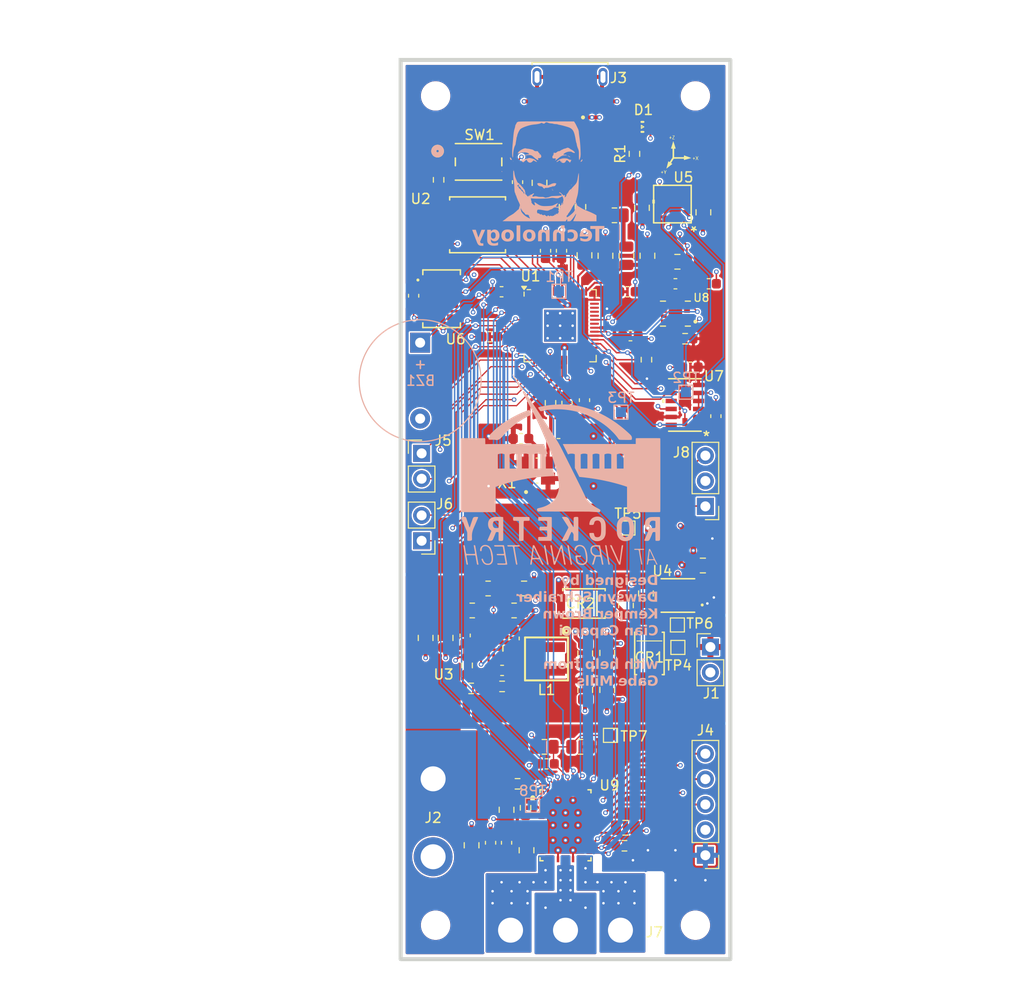
<source format=kicad_pcb>
(kicad_pcb (version 20240108) (generator "pcbnew") (generator_version "8.0")
  (layers (0 "F.Cu" signal) (1 "In1.Cu" signal) (2 "In2.Cu" signal) (31 "B.Cu" signal) (34 "B.Paste" user) (35 "F.Paste" user) (36 "B.SilkS" user "B.Silkscreen") (37 "F.SilkS" user "F.Silkscreen") (38 "B.Mask" user) (39 "F.Mask" user) (44 "Edge.Cuts" user))
  (net 0 "")
  (net 1 "GND")
  (net 2 "/MCU_RP2040/BUZZ_OUT")
  (net 3 "+1V1")
  (net 4 "Net-(U1-ADC_AVDD)")
  (net 5 "/MCU_RP2040/XIN")
  (net 6 "/VBAT")
  (net 7 "Net-(U3-VCC)")
  (net 8 "Net-(U3-SW)")
  (net 9 "Net-(U3-VBST)")
  (net 10 "Net-(U3-FB)")
  (net 11 "Net-(U4-IN)")
  (net 12 "Net-(U9-ILIM)")
  (net 13 "Net-(U9-AVDD)")
  (net 14 "Net-(U9-FB_BK)")
  (net 15 "Net-(U9-CPL)")
  (net 16 "Net-(U9-CPH)")
  (net 17 "Net-(U9-CP)")
  (net 18 "Net-(D1-Pad2)")
  (net 19 "/MCU_RP2040/SWCLK")
  (net 20 "/MCU_RP2040/SWDIO")
  (net 21 "/Motor Driver/PHASE_A")
  (net 22 "/Motor Driver/PHASE_B")
  (net 23 "/Motor Driver/PHASE_C")
  (net 24 "/Motor Driver/HALL_SENSE_A")
  (net 25 "/Motor Driver/HALL_SENSE_C")
  (net 26 "/Motor Driver/HALL_SENSE_B")
  (net 27 "/MCU_RP2040/USB_D+")
  (net 28 "/MCU_RP2040/USB_D-")
  (net 29 "/MCU_RP2040/UART0_RX")
  (net 30 "/MCU_RP2040/UART0_TX")
  (net 31 "/MCU_RP2040/I2C1_SDA")
  (net 32 "/MCU_RP2040/I2C1_SCL")
  (net 33 "/MCU_RP2040/ADC_VREF")
  (net 34 "/MCU_RP2040/I2C0_SCL")
  (net 35 "/MCU_RP2040/I2C0_SDA")
  (net 36 "/MCU_RP2040/XOUT")
  (net 37 "/MCU_RP2040/QSPI_SS")
  (net 38 "Net-(U3-EN)")
  (net 39 "Net-(U3-PG)")
  (net 40 "Net-(U4-EN)")
  (net 41 "/MCU_RP2040/nFAULT")
  (net 42 "/MCU_RP2040/FGOUT")
  (net 43 "Net-(U9-SW_BK)")
  (net 44 "/MCU_RP2040/LED_OUT")
  (net 45 "/MCU_RP2040/MOTOR_PWM")
  (net 46 "/MCU_RP2040/QSPI_SD1")
  (net 47 "/MCU_RP2040/DRVOFF")
  (net 48 "/HG1")
  (net 50 "/MCU_RP2040/CLKOUT")
  (net 52 "/MCU_RP2040/QSPI_SD2")
  (net 54 "/MCU_RP2040/QSPI_SD0")
  (net 55 "/MCU_RP2040/QSPI_SD3")
  (net 59 "/HG2")
  (net 60 "/MCU_RP2040/QSPI_SCLK")
  (net 61 "/MG")
  (net 62 "/MCU_RP2040/BRAKE")
  (net 63 "/MCU_RP2040/nSLEEP")
  (net 73 "/MCU_RP2040/SPI0_RX")
  (net 74 "/MCU_RP2040/SPI0_TX")
  (net 75 "/MCU_RP2040/SPI0_CSn0")
  (net 77 "/MCU_RP2040/SPI0_SCK")
  (net 78 "/MCU_RP2040/USB_DP")
  (net 79 "/MCU_RP2040/USB_DN")
  (net 80 "/+3V3")
  (net 81 "/+5V")
  (net 82 "/VBUS")
  (net 83 "Net-(U5-CAP)")
  (net 84 "/MAG")
  (net 93 "Net-(C11-Pad1)")
  (net 95 "Net-(R9-Pad1)")
  (net 96 "Net-(R14-Pad2)")
  (footprint "Capacitor_SMD:C_0805_2012Metric" (layer "F.Cu") (at 161.8 75.65 90)
    (property "Reference" "C29" (hide yes))
    (property "Value" "1uF")
  )
  (footprint "active-drag-system:SolderWire-2sqmm_1x03_P7.8mm_D2mm_OD3.9mm" (layer "F.Cu") (at 142.5 147.5)
    (property "Reference" "J7")
    (property "Value" "Conn_01x03_Pin")
  )
  (footprint "active-drag-system:SON8_MS5611_TEC" (layer "F.Cu") (at 135.6 84.3)
    (property "Reference" "U6")
    (property "Value" "MS560702BA03-50")
  )
  (footprint "Capacitor_SMD:C_0603_1608Metric" (layer "F.Cu") (at 163.05 96.05 90)
    (property "Reference" "C32" (hide yes))
    (property "Value" "100nF")
  )
  (footprint "Resistor_SMD:R_0603_1608Metric" (layer "F.Cu") (at 146.5 94.725 -90)
    (property "Reference" "R8" (hide yes))
    (property "Value" "1k")
  )
  (footprint "active-drag-system:SOIC_128JVSIQ_WIN" (layer "F.Cu") (at 139.2 76.9)
    (property "Reference" "U2")
    (property "Value" "W25Q128JVSIQ")
  )
  (footprint "active-drag-system:SDO_CFP5_SOD128_NEX" (layer "F.Cu") (at 149.85 114.8 180)
    (property "Reference" "CR2")
    (property "Value" "PMEG3050EP_115")
  )
  (footprint "active-drag-system:LGA_CC-14-1_ADI" (layer "F.Cu") (at 159.95 94.931502 180)
    (property "Reference" "U7")
    (property "Value" "ADXL375BCCZ")
  )
  (footprint "Capacitor_SMD:C_0805_2012Metric" (layer "F.Cu") (at 145.4 72.7 90)
    (property "Reference" "C13" (hide yes))
    (property "Value" "2.2uF")
  )
  (footprint "Resistor_SMD:R_0805_2012Metric" (layer "F.Cu") (at 140.254101 113.300126)
    (property "Reference" "R12" (hide yes))
    (property "Value" "100k")
  )
  (footprint "Capacitor_SMD:C_0603_1608Metric" (layer "F.Cu") (at 137.954101 118.000126 -90)
    (property "Reference" "C19" (hide yes))
    (property "Value" "100nF")
  )
  (footprint "Resistor_SMD:R_0603_1608Metric" (layer "F.Cu") (at 135.3 72.4 -90)
    (property "Reference" "R9" (hide yes))
    (property "Value" "1k")
  )
  (footprint "TestPoint:TestPoint_Pad_1.0x1.0mm" (layer "F.Cu") (at 152.5 128)
    (property "Reference" "TP7")
    (property "Value" "ILIM")
  )
  (footprint "Resistor_SMD:R_0603_1608Metric" (layer "F.Cu") (at 141.654101 123.100126)
    (property "Reference" "R11" (hide yes))
    (property "Value" "150k")
  )
  (footprint "Capacitor_SMD:C_0603_1608Metric" (layer "F.Cu") (at 162.325 82.8)
    (property "Reference" "C31" (hide yes))
    (property "Value" "10nF")
  )
  (footprint "TestPoint:TestPoint_Pad_1.0x1.0mm" (layer "F.Cu") (at 159.1978 116.95)
    (property "Reference" "TP6")
    (property "Value" "VSYS")
  )
  (footprint "Capacitor_SMD:C_0603_1608Metric" (layer "F.Cu") (at 142.1 138.75 90)
    (property "Reference" "C38" (hide yes))
    (property "Value" "47nF")
  )
  (footprint "Resistor_SMD:R_0603_1608Metric" (layer "F.Cu") (at 144 135.25 90)
    (property "Reference" "R20" (hide yes))
    (property "Value" "22")
  )
  (footprint "Resistor_SMD:R_0805_2012Metric" (layer "F.Cu") (at 145.8875 129.15 180)
    (property "Reference" "R18" (hide yes))
    (property "Value" "100k")
  )
  (footprint "Capacitor_SMD:C_0805_2012Metric" (layer "F.Cu") (at 152.175887 123.45 -90)
    (property "Reference" "C22" (hide yes))
    (property "Value" "22uF")
  )
  (footprint "Capacitor_SMD:C_0805_2012Metric" (layer "F.Cu") (at 149.975887 119.8 90)
    (property "Reference" "C20" (hide yes))
    (property "Value" "22uF")
  )
  (footprint "Connector_PinHeader_2.54mm:PinHeader_1x02_P2.54mm_Vertical" (layer "F.Cu") (at 133.6 99.775)
    (property "Reference" "J5")
    (property "Value" "Conn_01x02_Pin")
  )
  (footprint "Resistor_SMD:R_0603_1608Metric" (layer "F.Cu") (at 159.975 88.3 180)
    (property "Reference" "R6" (hide yes))
    (property "Value" "10k")
  )
  (footprint "Resistor_SMD:R_0603_1608Metric" (layer "F.Cu") (at 147.9 75.1 -90)
    (property "Reference" "R3" (hide yes))
    (property "Value" "27")
  )
  (footprint "Capacitor_SMD:C_0603_1608Metric" (layer "F.Cu") (at 143.55 98.3 180)
    (property "Reference" "C10" (hide yes))
    (property "Value" "15pF")
  )
  (footprint "MountingHole:MountingHole_2.7mm_M2.5" (layer "F.Cu") (at 161 147)
    (property "Reference" "H3" (hide yes))
    (property "Value" "MountingHole")
  )
  (footprint "Capacitor_SMD:C_0603_1608Metric" (layer "F.Cu") (at 142.854101 118.300126 -90)
    (property "Reference" "C16" (hide yes))
    (property "Value" "100nF")
  )
  (footprint "Connector_Wire:SolderWire-2sqmm_1x02_P7.8mm_D2mm_OD3.9mm" (layer "F.Cu") (at 134.75 132.35 -90)
    (property "Reference" "J2")
    (property "Value" "Conn_01x02_Socket")
  )
  (footprint "active-drag-system:RGF0040E-MFG" (layer "F.Cu") (at 148 137)
    (property "Reference" "U9")
    (property "Value" "MCT8316Z0RRGFR")
  )
  (footprint "Resistor_SMD:R_0805_2012Metric" (layer "F.Cu") (at 142.854101 115.500126 180)
    (property "Reference" "R13" (hide yes))
    (property "Value" "100k")
  )
  (footprint "Capacitor_SMD:C_0805_2012Metric" (layer "F.Cu") (at 155.65 75.2 -90)
    (property "Reference" "C30" (hide yes))
    (property "Value" "10uF")
  )
  (footprint "Connector_PinHeader_2.54mm:PinHeader_1x02_P2.54mm_Vertical" (layer "F.Cu") (at 133.6 108.525 180)
    (property "Reference" "J6")
    (property "Value" "Conn_01x02_Pin")
  )
  (footprint "Capacitor_SMD:C_0603_1608Metric" (layer "F.Cu") (at 159 82.8)
    (property "Reference" "C33" (hide yes))
    (property "Value" "100nF")
  )
  (footprint "Resistor_SMD:R_0603_1608Metric" (layer "F.Cu") (at 153.9 139.05 180)
    (property "Reference" "R21" (hide yes))
    (property "Value" "10k")
  )
  (footprint "Capacitor_SMD:C_0805_2012Metric" (layer "F.Cu") (at 156.0494 113.8 90)
    (property "Reference" "C26" (hide yes))
    (property "Value" "10uF")
  )
  (footprint "Resistor_SMD:R_0603_1608Metric" (layer "F.Cu") (at 143.2 132.85)
    (property "Reference" "R19" (hide yes))
    (property "Value" "10k")
  )
  (footprint "Capacitor_SMD:C_0805_2012Metric" (layer "F.Cu") (at 156.2 80 90)
    (property "Reference" "C5" (hide yes))
    (property "Value" "2.2uF")
  )
  (footprint "Capacitor_SMD:C_0603_1608Metric" (layer "F.Cu") (at 154.5 88)
    (property "Reference" "C9" (hide yes))
    (property "Value" "100nF")
  )
  (footprint "TestPoint:TestPoint_Pad_1.0x1.0mm" (layer "F.Cu") (at 159.2478 119.2)
    (property "Reference" "TP4")
    (property "Value" "5V")
  )
  (footprint "Capacitor_SMD:C_0603_1608Metric" (layer "F.Cu") (at 141.654101 121.500126)
    (property "Reference" "C24" (hide yes))
    (property "Value" "22pF")
  )
  (footprint "Capacitor_SMD:C_0603_1608Metric" (layer "F.Cu") (at 140.425 88.1 180)
    (property "Reference" "C8" (hide yes))
    (property "Value" "100nF")
  )
  (footprint "active-drag-system:SON_DFN6_3X3_STM" (layer "F.Cu") (at 159.25 114 180)
    (property "Reference" "U4")
    (property "Value" "LD39200PU33R")
  )
  (footprint "Capacitor_SMD:C_0805_2012Metric" (layer "F.Cu") (at 144.1 139.5 90)
    (property "Reference" "C39" (hide yes))
    (property "Value" "1uF")
  )
  (footprint "active-drag-system:WL-SMCW_0603" (layer "F.Cu") (at 155.7 67.1 180)
    (property "Reference" "D1")
    (property "Value" "WL-SMCW_0603")
  )
  (footprint "Resistor_SMD:R_0603_1608Metric" (layer "F.Cu") (at 156.1 90.4 90)
    (property "Reference" "R5" (hide yes))
    (property "Value" "10k")
  )
  (footprint "active-drag-system:PQFN50P250X300X97-14N" (layer "F.Cu") (at 159 85.79 180)
    (property "Reference" "U8")
    (property "Value" "IIM-42653")
  )
  (footprint "Capacitor_SMD:C_0603_1608Metric" (layer "F.Cu") (at 149.9 94.45 -90)
    (property "Reference" "C15" (hide yes))
    (property "Value" "100nF")
  )
  (footprint "Resistor_SMD:R_0603_1608Metric" (layer "F.Cu") (at 138.554101 123.300126 180)
    (property "Reference" "R14" (hide yes))
    (property "Value" "10k")
  )
  (footprint "Capacitor_SMD:C_0805_2012Metric" (layer "F.Cu") (at 149.9 79.95 90)
    (property "Reference" "C3" (hide yes))
    (property "Value" "2.2uF")
  )
  (footprint "Capacitor_SMD:C_0603_1608Metric" (layer "F.Cu") (at 146 79.5 90)
    (property "Reference" "C2" (hide yes))
    (property "Value" "100nF")
  )
  (footprint "Capacitor_SMD:C_0805_2012Metric" (layer "F.Cu") (at 149.975887 123.45 -90)
    (property "Reference" "C21" (hide yes))
    (property "Value" "22uF")
  )
  (footprint "Capacitor_SMD:C_0805_2012Metric" (layer "F.Cu") (at 154 137.25 180)
    (property "Reference" "C41" (hide yes))
    (property "Value" "1uF")
  )
  (footprint "Capacitor_SMD:C_0805_2012Metric" (layer "F.Cu") (at 134 118.25 -90)
    (property "Reference" "C18" (hide yes))
    (property "Value" "10uF")
  )
  (footprint "MountingHole:MountingHole_2.7mm_M2.5" (layer "F.Cu") (at 135 147)
    (property "Reference" "H4" (hide yes))
    (property "Value" "MountingHole")
  )
  (footprint "active-drag-system:XTAL_ABM8AIG-12.000MHZ-12-2Z-T3" (layer "F.Cu") (at 145.15 101.5 90)
    (property "Reference" "X1")
    (property "Value" "ABM8AIG-12.000MHZ-12-2Z-T3")
  )
  (footprint "Capacitor_SMD:C_0603_1608Metric" (layer "F.Cu") (at 141.6 83.6 180)
    (property "Reference" "C6" (hide yes))
    (property "Value" "100nF")
  )
  (footprint "Capacitor_SMD:C_0603_1608Metric" (layer "F.Cu") (at 160.5 91.15 180)
    (property "Reference" "C35" (hide yes))
    (property "Value" "100nF")
  )
  (footprint "active-drag-system:VQFN-HR12_RJN_TEX" (layer "F.Cu") (at 140.554101 118.600126)
    (property "Reference" "U3")
    (property "Value" "TPS51386RJNR")
  )
  (footprint "Capacitor_SMD:C_0805_2012Metric" (layer "F.Cu") (at 152 80 90)
    (property "Reference" "C4" (hide yes))
    (property "Value" "2.2uF")
  )
  (footprint "active-drag-system:SW4_PTS815_SJM_250_SMTR_LFS_CNK" (layer "F.Cu") (at 139.3 70.6)
    (property "Reference" "SW1")
    (property "Value" "PTS815 SJM 250 SMTR LFS")
  )
  (footprint "Connector_PinHeader_2.54mm:PinHeader_1x05_P2.54mm_Vertical" (layer "F.Cu") (at 162 140 180)
    (property "Reference" "J4")
    (property "Value" "Conn_01x05_Pin")
  )
  (footprint "active-drag-system:QFN-56-1EP_7x7mm_P0.4mm_EP3.2x3.2mm_ThermalVias" (layer "F.Cu") (at 147.4625 87)
    (property "Reference" "U1")
    (property "Value" "RP2040")
  )
  (footprint "Capacitor_SMD:C_0805_2012Metric" (layer "F.Cu") (at 152.175887 119.75 90)
    (property "Reference" "C23" (hide yes))
    (property "Value" "22uF")
  )
  (footprint "active-drag-system:WE-MAIA_4020" (layer "F.Cu") (at 146.0978 120.35 -90)
    (property "Reference" "L1")
    (property "Value" "WE-MAIA_4020")
  )
  (footprint "Resistor_SMD:R_0805_2012Metric" (layer "F.Cu") (at 149.5 129.15)
    (property "Reference" "R17" (hide yes))
    (property "Value" "164k")
  )
  (footprint "Capacitor_SMD:C_0603_1608Metric" (layer "F.Cu") (at 147.6 79.5 90)
    (property "Reference" "C1" (hide yes))
    (property "Value" "100nF")
  )
  (footprint "Capacitor_SMD:C_0805_2012Metric" (layer "F.Cu") (at 136 118.25 -90)
    (property "Reference" "C17" (hide yes))
    (property "Value" "10uF")
  )
  (footprint "Connector_PinHeader_2.54mm:PinHeader_1x02_P2.54mm_Vertical" (layer "F.Cu") (at 162.5 119.16)
    (property "Reference" "J1")
    (property "Value" "Conn_01x02_Pin")
  )
  (footprint "Connector_PinHeader_2.54mm:PinHeader_1x03_P2.54mm_Vertical" (layer "F.Cu") (at 162 105.08 180)
    (property "Reference" "J8")
    (property "Value" "Conn_01x03_Pin")
  )
  (footprint "Capacitor_SMD:C_0805_2012Metric" (layer "F.Cu") (at 138.6 139 90)
    (property "Reference" "C37" (hide yes))
    (property "Value" "10uF")
  )
  (footprint "TestPoint:TestPoint_Pad_1.0x1.0mm" (layer "F.Cu") (at 154.25 107.25)
    (property "Reference" "TP5")
    (property "Value" "3V3")
  )
  (footprint "Resistor_SMD:R_0805_2012Metric" (layer "F.Cu") (at 154.0494 115 90)
    (property "Reference" "R16" (hide yes))
    (property "Value" "100k")
  )
  (footprint "active-drag-system:AMPHENOL_10118193-0001LF" (layer "F.Cu") (at 148.45 62.1 180)
    (property "Reference" "J3")
    (property "Value" "10118193-0001LF")
  )
  (footprint "Capacitor_SMD:C_0603_1608Metric" (layer "F.Cu") (at 132.8 84 -90)
    (property "Reference" "C28" (hide yes))
    (property "Value" "100nF")
  )
  (footprint "Resistor_SMD:R_0805_2012Metric" (layer "F.Cu") (at 154.1 80 -90)
    (property "Reference" "R7" (hide yes))
    (property "Value" "1")
  )
  (footprint "Capacitor_SMD:C_0805_2012Metric" (layer "F.Cu") (at 159.2 80.6)
    (property "Reference" "C34" (hide yes))
    (property "Value" "2.2uF")
  )
  (footprint "MountingHole:MountingHole_2.7mm_M2.5" (layer "F.Cu") (at 135 64)
    (property "Reference" "H1" (hide yes))
    (property "Value" "MountingHole")
  )
  (footprint "Capacitor_SMD:C_0603_1608Metric" (layer "F.Cu") (at 147.3 98.8)
    (property "Reference" "C11" (hide yes))
    (property "Value" "15pF")
  )
  (footprint "Resistor_SMD:R_0805_2012Metric" (layer "F.Cu") (at 152.9 75.95)
    (property "Reference" "R2" (hide yes))
    (property "Value" "200")
  )
  (footprint "Resistor_SMD:R_0603_1608Metric_Pad0.98x0.95mm_HandSolder" (layer "F.Cu") (at 154.9 69.8 90)
    (property "Reference" "R1")
    (property "Value" "100")
  )
  (footprint "Resistor_SMD:R_0603_1608Metric" (layer "F.Cu") (at 149.5 75.1 -90)
    (property "Reference" "R4" (hide yes))
    (property "Value" "27")
  )
  (footprint "active-drag-system:3_axis" (layer "F.Cu") (at 159.35 69.8)
    (property "Reference" "G***" (hide yes))
    (property "Value" "LOGO" (hide yes))
  )
  (footprint "Capacitor_SMD:C_0603_1608Metric" (layer "F.Cu") (at 146.1 130.85 180)
    (property "Reference" "C40" (hide yes))
    (property "Value" "100nF")
  )
  (footprint "active-drag-system:SDO_CFP5_SOD128_NEX" (layer "F.Cu") (at 156.3978 119.8 -90)
    (property "Reference" "CR1")
    (property "Value" "PMEG3050EP_115")
  )
  (footprint "Capacitor_SMD:C_0603_1608Metric" (layer "F.Cu") (at 148.15 94.7 -90)
    (property "Reference" "C14" (hide yes))
    (property "Value" "100nF")
  )
  (footprint "MountingHole:MountingHole_2.7mm_M2.5" (layer "F.Cu") (at 161 64)
    (property "Reference" "H2" (hide yes))
    (property "Value" "MountingHole")
  )
  (footprint "Capacitor_SMD:C_0805_2012Metric" (layer "F.Cu") (at 143.854101 113.300126)
    (property "Reference" "C25" (hide yes))
    (property "Value" "1uF")
  )
  (footprint "Resistor_SMD:R_0603_1608Metric" (layer "F.Cu") (at 138.154101 121.000126 90)
    (property "Reference" "R15" (hide yes))
    (property "Value" "10k")
  )
  (footprint "active-drag-system:MMC5983MA_MEM" (layer "F.Cu") (at 158.7 74.825001 180)
    (property "Reference" "U5")
    (property "Value" "MMC5983MA")
  )
  (footprint "Capacitor_SMD:C_0805_2012Metric" (layer "F.Cu") (at 161.7478 111 180)
    (property "Reference" "C27" (hide yes))
    (property "Value" "10uF")
  )
  (footprint "Capacitor_SMD:C_0603_1608Metric" (layer "F.Cu") (at 143.2 72.625 90)
    (property "Reference" "C12" (hide yes))
    (property "Value" "100nF")
  )
  (footprint "Capacitor_SMD:C_0603_1608Metric" (layer "F.Cu") (at 154.2 83.6)
    (property "Reference" "C7" (hide yes))
    (property "Value" "100nF")
  )
  (footprint "Capacitor_SMD:C_0805_2012Metric" (layer "F.Cu") (at 142.1 135.45 -90)
    (property "Reference" "C42" (hide yes))
    (property "Value" "22uF")
  )
  (footprint "Capacitor_SMD:C_0603_1608Metric" (layer "F.Cu") (at 140.5 138.75 90)
    (property "Reference" "C36" (hide yes))
    (property "Value" "100nF")
  )
  (footprint "Resistor_SMD:R_0805_2012Metric" (layer "F.Cu") (at 138.666601 115.500126)
    (property "Reference" "R10" (hide yes))
    (property "Value" "100k")
  )
  (footprint "TestPoint:TestPoint_Pad_1.0x1.0mm" (layer "B.Cu") (at 153.55 95.65 180)
    (property "Reference" "TP3")
    (property "Value" "SDA0")
  )
  (footprint "active-drag-system:rocketry_logo" (layer "B.Cu") (at 147.5 101.4 180)
    (property "Reference" "G***" (hide yes))
    (property "Value" "LOGO" (hide yes))
  )
  (footprint "TestPoint:TestPoint_Pad_1.0x1.0mm" (layer "B.Cu") (at 160.05 93.65 180)
    (property "Reference" "TP2")
    (property "Value" "SCL0")
  )
  (footprint "TestPoint:TestPoint_Pad_1.0x1.0mm" (layer "B.Cu") (at 147.35 83.55 180)
    (property "Reference" "TP1")
    (property "Value" "VCORE")
  )
  (footprint "active-drag-system:cringe_cam" (layer "B.Cu") (at 146.1 71.55 180)
    (property "Reference" "G***" (hide yes))
    (property "Value" "LOGO" (hide yes))
  )
  (footprint "TestPoint:TestPoint_Pad_1.0x1.0mm" (layer "B.Cu") (at 144.7 135 180)
    (property "Reference" "TP8")
    (property "Value" "PWM")
  )
  (footprint "Buzzer_Beeper:Buzzer_12x9.5RM7.6" (layer "B.Cu") (at 133.45 88.7 -90)
    (property "Reference" "BZ1")
    (property "Value" "Buzzer")
  )
  (gr_rect (start 131.5 60.4) (end 164.5 150.4) (stroke (width 0.4)) (fill none) (layer "Edge.Cuts"))
  (gr_text "Designed by\nDawsyn Schraiber\nKemper Brown\nCian Capacci\n\nwith help from\nGabe Mills" (at 157.3 123.2 0) (layer "B.SilkS") (effects (font (size 1 1) (thickness 0.25) (bold yes)) (justify left bottom mirror)))
  (gr_text "Technology" (at 151.9 78.8 0) (layer "B.SilkS") (effects (font (size 1.5 1.5) (thickness 0.2) (bold yes)) (justify left bottom mirror)))
  (segment (start 159.25 114) (end 159.25 111.8022) (width 0.55) (layer "F.Cu") (net 1))
  (segment (start 132.8 86.15) (end 132.85 86.2) (width 0.15) (layer "F.Cu") (net 1))
  (segment (start 149.949688 125.543699) (end 149.949688 124.500126) (width 0.4) (layer "F.Cu") (net 1))
  (segment (start 156.724999 75.075001) (end 155.65 76.15) (width 0.2) (layer "F.Cu") (net 1))
  (segment (start 135.45 99.4) (end 135.45 96.19079) (width 0.127) (layer "F.Cu") (net 1))
  (segment (start 152 79.05) (end 152 77.6) (width 0.2) (layer "F.Cu") (net 1))
  (segment (start 146.4625 89.5625) (end 146.4625 90.4375) (width 0.127) (layer "F.Cu") (net 1))
  (segment (start 156.2 79.05) (end 156.2 77.8) (width 0.2) (layer "F.Cu") (net 1))
  (segment (start 160.7978 109.75) (end 160.7978 108.2978) (width 0.55) (layer "F.Cu") (net 1))
  (segment (start 142.1 136.4) (end 140.85 136.4) (width 0.2) (layer "F.Cu") (net 1))
  (segment (start 145.3 71.85) (end 145.4 71.75) (width 0.15) (layer "F.Cu") (net 1))
  (segment (start 149.9 79) (end 149.9 77.6) (width 0.2) (layer "F.Cu") (net 1))
  (segment (start 158.8 84.2) (end 158.8 83.775) (width 0.15) (layer "F.Cu") (net 1))
  (segment (start 138.05 96.39079) (end 138.05 105.9) (width 0.127) (layer "F.Cu") (net 1))
  (segment (start 160.15 80.6) (end 160.15 79.05) (width 0.15) (layer "F.Cu") (net 1))
  (segment (start 152.175887 118.8) (end 152.175887 117.556175) (width 0.4) (layer "F.Cu") (net 1))
  (segment (start 140.7 82.6) (end 140.7 83.475) (width 0.15) (layer "F.Cu") (net 1))
  (segment (start 143.2 70.5) (end 143.2 71.85) (width 0.15) (layer "F.Cu") (net 1))
  (segment (start 146.026999 139.75) (end 148 137.776999) (width 0.2) (layer "F.Cu") (net 1))
  (segment (start 136.7 86.6) (end 135.75 87.55) (width 0.15) (layer "F.Cu") (net 1))
  (segment (start 150.4 137.25) (end 148.25 137.25) (width 0.2) (layer "F.Cu") (net 1))
  (segment (start 156.5 68.25) (end 156.5 67.1) (width 0.2) (layer "F.Cu") (net 1))
  (segment (start 138.279227 119.100252) (end 140.0478 119.100252) (width 0.4) (layer "F.Cu") (net 1))
  (segment (start 145.6 134.749999) (end 145.905996 134.749999) (width 0.2) (layer "F.Cu") (net 1))
  (segment (start 159 84.4) (end 159 84.88) (width 0.15) (layer "F.Cu") (net 1))
  (segment (start 163.05 95.275) (end 163.05 94.15) (width 0.15) (layer "F.Cu") (net 1))
  (segment (start 148.25 137.25) (end 148 137) (width 0.127) (layer "F.Cu") (net 1))
  (segment (start 147.25 62.1) (end 147.25 62.55) (width 0.15) (layer "F.Cu") (net 1))
  (segment (start 136.7 86.175) (end 136.7 86.6) (width 0.15) (layer "F.Cu") (net 1))
  (segment (start 137.479227 119.25) (end 136.05 119.25) (width 0.4) (layer "F.Cu") (net 1))
  (segment (start 154.5978 112.85) (end 156.0494 112.85) (width 0.4) (layer "F.Cu") (net 1))
  (segment (start 163.1 82.8) (end 163.1 81.6) (width 0.15) (layer "F.Cu") (net 1))
  (segment (start 153.15 64.55) (end 151.65 64.55) (width 0.4) (layer "F.Cu") (net 1))
  (segment (start 144.8478 113.256427) (end 144.804101 113.300126) (width 0.4) (layer "F.Cu") (net 1))
  (segment (start 160.15 79.05) (end 160.2 79) (width 0.15) (layer "F.Cu") (net 1))
  (segment (start 140.04079 94.4) (end 138.05 96.39079) (width 0.127) (layer "F.Cu") (net 1))
  (segment (start 148.750001 140.400001) (end 148.750001 139.500001) (width 0.2) (layer "F.Cu") (net 1))
  (segment (start 146 78.725) (end 146 77.3) (width 0.2) (layer "F.Cu") (net 1))
  (segment (start 152.143387 125.65) (end 152.143387 124.506427) (width 0.4) (layer "F.Cu") (net 1))
  (segment (start 160.7978 108.2978) (end 159.5 107) (width 0.55) (layer "F.Cu") (net 1))
  (segment (start 147.249999 140.400001) (end 147.249999 139.500001) (width 0.2) (layer "F.Cu") (net 1))
  (segment (start 140.804164 115.45) (end 140.804164 117.200126) (width 0.15) (layer "F.Cu") (net 1))
  (segment (start 141.550001 71.674999) (end 143.024999 71.674999) (width 0.15) (layer "F.Cu") (net 1))
  (segment (start 161.16 86.54) (end 160.16 86.54) (width 0.15) (layer "F.Cu") (net 1))
  (segment (start 134.5 86.175) (end 134.5 86.3) (width 0.15) (layer "F.Cu") (net 1))
  (segment (start 160.6978 113.049999) (end 160.6978 111.1) (width 0.55) (layer "F.Cu") (net 1))
  (segment (start 162.518498 93.731502) (end 162.55 93.7) (width 0.15) (layer "F.Cu") (net 1))
  (segment (start 140.7 83.475) (end 140.825 83.6) (width 0.15) (layer "F.Cu") (net 1))
  (segment (start 159.25 111.8022) (end 159.2478 111.8) (width 0.55) (layer "F.Cu") (net 1))
  (segment (start 136.35 102.55) (end 137.05 101.85) (width 0.127) (layer "F.Cu") (net 1))
  (segment (start 145 113.496025) (end 144.804101 113.300126) (width 0.4) (layer "F.Cu") (net 1))
  (segment (start 134.5 86.3) (end 135.75 87.55) (width 0.15) (layer "F.Cu") (net 1))
  (segment (start 159.5 131) (end 155.25 131) (width 0.2) (layer "F.Cu") (net 1))
  (segment (start 143.85 64.55) (end 145.25 64.55) (width 0.4) (layer "F.Cu") (net 1))
  (segment (start 153.51946 118.8) (end 152.175887 118.8) (width 0.4) (layer "F.Cu") (net 1))
  (segment (start 152.169586 124.406301) (end 152.175887 124.4) (width 0.4) (layer "F.Cu") (net 1))
  (segment (start 149.975887 117.656175) (end 149.969586 117.649874) (width 0.4) (layer "F.Cu") (net 1))
  (segment (start 143.2 71.85) (end 145.3 71.85) (width 0.15) (layer "F.Cu") (net 1))
  (segment (start 132.95 84.925) (end 132.8 84.775) (width 0.15) (layer "F.Cu") (net 1))
  (segment (start 159.45 77.8) (end 159.45 78.25) (width 0.2) (layer "F.Cu") (net 1))
  (segment (start 157.425001 72.575001) (end 157.425001 74.075) (width 0.2) (layer "F.Cu") (net 1))
  (segment (start 138.154101 120.175126) (end 137.324874 120.175126) (width 0.2) (layer "F.Cu") (net 1))
  (segment (start 137.05 101.85) (end 137.05 95.65) (width 0.127) (layer "F.Cu") (net 1))
  (segment (start 135.45 96.19079) (end 140.54079 91.1) (width 0.127) (layer "F.Cu") (net 1))
  (segment (start 148.750001 139.500001) (end 148.75 139.5) (width 0.127) (layer "F.Cu") (net 1))
  (segment (start 137.324874 120.175126) (end 137 120.5) (width 0.2) (layer "F.Cu") (net 1))
  (segment (start 136.05 119.25) (end 136 119.2) (width 0.4) (layer "F.Cu") (net 1))
  (segment (start 147.15 64.775) (end 145.475 64.775) (width 0.4) (layer "F.Cu") (net 1))
  (segment (start 158.5 84.88) (end 158.5 84.5) (width 0.15) (layer "F.Cu") (net 1))
  (segment (start 151.25 95.3) (end 149.975 95.3) (width 0.2) (layer "F.Cu") (net 1))
  (segment (start 145.15 64.45) (end 145.25 64.55) (width 0.4) (layer "F.Cu") (net 1))
  (segment (start 142.85 94.4) (end 140.04079 94.4) (width 0.127) (layer "F.Cu") (net 1))
  (segment (start 140.804164 115.45) (end 140.804164 113.662563) (width 0.15) (layer "F.Cu") (net 1))
  (segment (start 154.975 82.625) (end 154.975 83.6) (width 0.2) (layer "F.Cu") (net 1))
  (segment (start 140.804164 113.662563) (end 141.166601 113.300126) (width 0.15) (layer "F.Cu") (net 1))
  (segment (start 137.954101 118.775126) (end 137.479227 119.25) (width 0.4) (layer "F.Cu") (net 1))
  (segment (start 160.7978 111) (end 159.6978 111) (width 0.55) (layer "F.Cu") (net 1))
  (segment (start 155.275 88.3) (end 156.6 88.3) (width 0.15) (layer "F.Cu") (net 1))
  (segment (start 154 133.75) (end 152 135.75) (width 0.2) (layer "F.Cu") (net 1))
  (segment (start 136 119.2) (end 136 120.25) (width 0.4) (layer "F.Cu") (net 1))
  (segment (start 145.6 135.75) (end 146.75 135.75) (width 0.2) (layer "F.Cu") (net 1))
  (segment (start 161.4 86.3) (end 161.16 86.54) (width 0.15) (layer "F.Cu") (net 1))
  (segment (start 132.875 86.175) (end 132.85 86.2) (width 0.15) (layer "F.Cu") (net 1))
  (segment (start 155.7 76.2) (end 155.65 76.15) (width 0.2) (layer "F.Cu") (net 1))
  (segment (start 143.6 70.1) (end 143.2 70.5) (width 0.15) (layer "F.Cu") (net 1))
  (segment (start 159.6978 111) (end 159.6478 110.95) (width 0.55) (layer "F.Cu") (net 1))
  (segment (start 158.5 84.5) (end 158.8 84.2) (width 0.15) (layer "F.Cu") (net 1))
  (segment (start 159.6478 110.95) (end 159.6478 110.8978) (width 0.55) (layer "F.Cu") (net 1))
  (segment (start 159.75 133.75) (end 154 133.75) (width 0.2) (layer "F.Cu") (net 1))
  (segment (start 135.6551 78.805) (end 137.195 78.805) (width 0.15) (layer "F.Cu") (net 1))
  (segment (start 159.775 80.975) (end 160.15 80.6) (width 0.15) (layer "F.Cu") (net 1))
  (segment (start 162.993499 95.331501) (end 163.05 95.275) (width 0.15) (layer "F.Cu") (net 1))
  (segment (start 149.65 62.1) (end 147.25 62.1) (width 0.4) (layer "F.Cu") (net 1))
  (segment (start 155.25 131) (end 151.75 134.5) (width 0.2) (layer "F.Cu") (net 1))
  (segment (start 143.024999 71.674999) (end 143.2 71.85) (width 0.15) (layer "F.Cu") (net 1))
  (segment (start 158.5 91.15) (end 158.45 91.2) (width 0.15) (layer "F.Cu") (net 1))
  (segment (start 152.175887 117.556175) (end 152.169586 117.549874) (width 0.4) (layer "F.Cu") (net 1))
  (segment (start 149.6478 118.85) (end 149.975887 118.85) (width 0.4) (layer "F.Cu") (net 1))
  (segment (start 145.905996 134.749999) (end 148 136.844003) (width 0.2) (layer "F.Cu") (net 1))
  (segment (start 145.6 139.75) (end 146.026999 139.75) (width 0.2) (layer "F.Cu") (net 1))
  (segment (start 160.6978 111.1) (end 160.7978 111) (width 0.55) (layer "F.Cu") (net 1))
  (segment (start 157.425001 75.075001) (end 156.724999 75.075001) (width 0.2) (layer "F.Cu") (net 1))
  (segment (start 153.71946 124.4) (end 152.175887 124.4) (width 0.4) (layer "F.Cu") (net 1))
  (segment (start 137.954101 118.775126) (end 137.954101 119.975126) (width 0.4) (layer "F.Cu") (net 1))
  (segment (start 148.15 95.475) (end 149.65 95.475) (width 0.2) (layer "F.Cu") (net 1))
  (segment (start 144.5 130.85) (end 145.325 130.85) (width 0.127) (layer "F.Cu") (net 1))
  (segment (start 132.8 84.775) (end 132.8 86.15) (width 0.15) (layer "F.Cu") (net 1))
  (segment (start 160.7978 111) (end 160.7978 109.75) (width 0.55) (layer "F.Cu") (net 1))
  (segment (start 157.531501 95.331501) (end 157.25 95.05) (width 0.15) (layer "F.Cu") (net 1))
  (segment (start 144.975 128.325) (end 144.975 129.15) (width 0.127) (layer "F.Cu") (net 1))
  (segment (start 149.65 95.475) (end 149.9 95.225) (width 0.2) (layer "F.Cu") (net 1))
  (segment (start 148 136.844003) (end 148 137) (width 0.127) (layer "F.Cu") (net 1))
  (segment (start 157.55 93.3) (end 154.7 93.3) (width 0.15) (layer "F.Cu") (net 1))
  (segment (start 139.55 93.15) (end 143.2 93.15) (width 0.127) (layer "F.Cu") (net 1))
  (segment (start 144.8478 111.9) (end 144.8478 113.256427) (width 0.4) (layer "F.Cu") (net 1))
  (segment (start 147.6 78.725) (end 147.6 77.4) (width 0.2) (layer "F.Cu") (net 1))
  (segment (start 161.8 76.6) (end 161.75 76.65) (width 0.4) (layer "F.Cu") (net 1))
  (segment (start 158.8 84.2) (end 159 84.4) (width 0.15) (layer "F.Cu") (net 1))
  (segment (start 161.320901 96.131502) (end 161.320901 93.731502) (width 0.15) (layer "F.Cu") (net 1))
  (segment (start 137.05 95.65) (end 139.55 93.15) (width 0.127) (layer "F.Cu") (net 1))
  (segment (start 147.249999 139.500001) (end 147.25 139.5) (width 0.127) (layer "F.Cu") (net 1))
  (segment (start 148.9978 117.6) (end 148.9978 118.2) (width 0.4) (layer "F.Cu") (net 1))
  (segment (start 161.320901 93.731502) (end 162.518498 93.731502) (width 0.15) (layer "F.Cu") (net 1))
  (segment (start 159.45 78.25) (end 160.2 79) (width 0.2) (layer "F.Cu") (net 1))
  (segment (start 149.975 95.3) (end 149.9 95.225) (width 0.2) (layer "F.Cu") (net 1))
  (segment (start 138.05 105.9) (end 136.7 107.25) (width 0.127) (layer "F.Cu") (net 1))
  (segment (start 155.25 137.55) (end 154.95 137.25) (width 0.2) (layer "F.Cu") (net 1))
  (segment (start 145.475 64.775) (end 145.25 64.55) (width 0.15) (layer "F.Cu") (net 1))
  (segment (start 151.75 62.1) (end 149.65 62.1) (width 0.4) (layer "F.Cu") (net 1))
  (segment (start 159.6478 110.8978) (end 156.25 107.5) (width 0.55) (layer "F.Cu") (net 1))
  (segment (start 145 114.5) (end 145 113.496025) (width 0.4) (layer "F.Cu") (net 1))
  (segment (start 141.550001 71.674999) (end 137.049999 71.674999) (width 0.15) (layer "F.Cu") (net 1))
  (segment (start 160.7978 109.75) (end 160.7978 109.5) (width 0.55) (layer "F.Cu") (net 1))
  (segment (start 137.954101 118.775126) (end 138.279227 119.100252) (width 0.4) (layer "F.Cu") (net 1))
  (segment (start 148.9978 118.2) (end 149.6478 118.85) (width 0.4) (layer "F.Cu") (net 1))
  (segment (start 146.75 135.75) (end 148 137) (width 0.127) (layer "F.Cu") (net 1))
  (segment (start 160.200001 113.049999) (end 159.25 114) (width 0.55) (layer "F.Cu") (net 1))
  (segment (start 154.7 93.3) (end 152.05 90.65) (width 0.15) (layer "F.Cu") (net 1))
  (segment (start 161.320901 95.331501) (end 162.993499 95.331501) (width 0.15) (layer "F.Cu") (net 1))
  (segment (start 158.8 83.775) (end 159.775 82.8) (width 0.15) (layer "F.Cu") (net 1))
  (segment (start 159.775 82.8) (end 159.775 80.975) (width 0.15) (layer "F.Cu") (net 1))
  (segment (start 156.25 107.5) (end 156.25 107.25) (width 0.55) (layer "F.Cu") (net 1))
  (segment (start 140.54079 91.1) (end 143.65 91.1) (width 0.127) (layer "F.Cu") (net 1))
  (segment (start 136 119.2) (end 134 119.2) (width 0.4) (layer "F.Cu") (net 1))
  (segment (start 161.75 76.65) (end 161.75 77.75) (width 0.4) (layer "F.Cu") (net 1))
  (segment (start 160.6978 113.049999) (end 160.200001 113.049999) (width 0.55) (layer "F.Cu") (net 1))
  (segment (start 134 119.2) (end 134 120.25) (width 0.4) (layer "F.Cu") (net 1))
  (segment (start 149.975887 118.85) (end 149.975887 117.656175) (width 0.4) (layer "F.Cu") (net 1))
  (segment (start 138.6 138.05) (end 138.6 136.8) (width 0.4) (layer "F.Cu") (net 1))
  (segment (start 148 137.776999) (end 148 137) (width 0.127) (layer "F.Cu") (net 1))
  (segment (start 139.65 88.1) (end 138.6 88.1) (width 0.15) (layer "F.Cu") (net 1))
  (segment (start 147.25 62.1) (end 145.15 62.1) (width 0.4) (layer "F.Cu") (net 1))
  (segment (start 137.954101 119.975126) (end 138.154101 120.175126) (width 0.2) (layer "F.Cu") (net 1))
  (segment (start 158.579099 95.331501) (end 157.531501 95.331501) (width 0.15) (layer "F.Cu") (net 1))
  (segment (start 151.65 62.2) (end 151.75 62.1) (width 0.4) (layer "F.Cu") (net 1))
  (segment (start 145.15 62.1) (end 145.15 64.45) (width 0.4) (layer "F.Cu") (net 1))
  (segment (start 140.85 136.4) (end 140.8 136.35) (width 0.127) (layer "F.Cu") (net 1))
  (segment (start 144.6 127.95) (end 144.975 128.325) (width 0.127) (layer "F.Cu") (net 1))
  (segment (start 134.5 84.925) (end 132.95 84.925) (width 0.15) (layer "F.Cu") (net 1))
  (segment (start 159.725 91.15) (end 158.5 91.15) (width 0.15) (layer "F.Cu") (net 1))
  (segment (start 134.5 86.175) (end 132.875 86.175) (width 0.15) (layer "F.Cu") (net 1))
  (segment (start 151.65 64.55) (end 151.65 62.2) (width 0.4) (layer "F.Cu") (net 1))
  (segment (start 143.2 93.15) (end 144.5 91.85) (width 0.127) (layer "F.Cu") (net 1))
  (segment (start 156.1 137.55) (end 155.25 137.55) (width 0.2) (layer "F.Cu") (net 1))
  (segment (start 140.5 137) (end 140.5 137.975) (width 0.4) (layer "F.Cu") (net 1))
  (segment (start 144.353651 130.996349) (end 144.5 130.85) (width 0.127) (layer "F.Cu") (net 1))
  (segment (start 155.7 77.15) (end 155.7 76.2) (width 0.4) (layer "F.Cu") (net 1))
  (via (at 161.75 77.75) (size 0.4572) (drill 0.254) (layers "F.Cu" "B.Cu") (net 1))
  (via (at 156.25 107.25) (size 0.4572) (drill 0.254) (layers "F.Cu" "B.Cu") (net 1))
  (via (at 146 77.3) (size 0.4572) (drill 0.254) (layers "F.Cu" "B.Cu") (net 1))
  (via (at 140.8 136.35) (size 0.4572) (drill 0.254) (layers "F.Cu" "B.Cu") (net 1))
  (via (at 146.4625 89.5625) (size 0.4572) (drill 0.254) (layers "F.Cu" "B.Cu") (net 1))
  (via (at 159.75 133.75) (size 0.4572) (drill 0.254) (layers "F.Cu" "B.Cu") (net 1))
  (via (at 160.2 79) (size 0.4572) (drill 0.254) (layers "F.Cu" "B.Cu") (net 1))
  (via (at 156.1 137.55) (size 0.4572) (drill 0.254) (layers "F.Cu" "B.Cu") (net 1))
  (via (at 137 120.5) (size 0.4572) (drill 0.254) (layers "F.Cu" "B.Cu") (net 1))
  (via (at 137.2 78.8) (size 0.4572) (drill 0.254) (layers "F.Cu" "B.Cu") (net 1))
  (via (at 154.975 82.625) (size 0.4572) (drill 0.254) (layers "F.Cu" "B.Cu") (net 1))
  (via (at 159.2478 111.8) (size 0.4572) (drill 0.254) (layers "F.Cu" "B.Cu") (net 1))
  (via (at 163.05 94.15) (size 0.4572) (drill 0.254) (layers "F.Cu" "B.Cu") (net 1))
  (via (at 135.75 87.55) (size 0.4572) (drill 0.254) (layers "F.Cu" "B.Cu") (net 1))
  (via (at 138.75 85.65) (size 0.4572) (drill 0.254) (layers "F.Cu" "B.Cu") (net 1))
  (via (at 153.15 64.55) (size 0.4572) (drill 0.254) (layers "F.Cu" "B.Cu") (net 1))
  (via (at 155.7 77.15) (size 0.4572) (drill 0.254) (layers "F.Cu" "B.Cu") (net 1))
  (via (at 136.35 102.55) (size 0.4572) (drill 0.254) (layers "F.Cu" "B.Cu") (net 1))
  (via (at 148.9978 117.6) (size 0.4572) (drill 0.254) (layers "F.Cu" "B.Cu") (net 1))
  (via (at 152.169586 117.549874) (size 0.4572) (drill 0.254) (layers "F.Cu" "B.Cu") (net 1))
  (via (at 138.6 88.1) (size 0.4572) (drill 0.254) (layers "F.Cu" "B.Cu") (net 1))
  (via (at 140.3 103.05) (size 0.4572) (drill 0.254) (layers "F.Cu" "B.Cu") (net 1))
  (via (at 140.3 98.05) (size 0.4572) (drill 0.254) (layers "F.Cu" "B.Cu") (net 1))
  (via (at 159.5 107) (size 0.4572) (drill 0.254) (layers "F.Cu" "B.Cu") (net 1))
  (via (at 143.85 64.55) (size 0.4572) (drill 0.254) (layers "F.Cu" "B.Cu") (net 1))
  (via (at 140.5 137) (size 0.4572) (drill 0.254) (layers "F.Cu" "B.Cu") (net 1))
  (via (at 143.65 91.1) (size 0.4572) (drill 0.254) (layers "F.Cu" "B.Cu") (net 1))
  (via (at 151.25 95.3) (size 0.4572) (drill 0.254) (layers "F.Cu" "B.Cu") (net 1))
  (via (at 157.25 95.05) (size 0.4572) (drill 0.254) (layers "F.Cu" "B.Cu") (net 1))
  (via (at 144.6 127.95) (size 0.4572) (drill 0.254) (layers "F.Cu" "B.Cu") (net 1))
  (via (at 155.25 71.95) (size 0.4572) (drill 0.254) (layers "F.Cu" "B.Cu") (net 1))
  (via (at 152 77.6) (size 0.4572) (drill 0.254) (layers "F.Cu" "B.Cu") (net 1))
  (via (at 150.8 103.05) (size 0.4572) (drill 0.254) (layers "F.Cu" "B.Cu") (net 1))
  (via (at 151.75 134.5) (size 0.4572) (drill 0.254) (layers "F.Cu" "B.Cu") (net 1))
  (via (at 152 135.75) (size 0.4572) (drill 0.254) (layers "F.Cu" "B.Cu") (net 1))
  (via (at 160.7978 109.5) (size 0.4572) (drill 0.254) (layers "F.Cu" "B.Cu") (net 1))
  (via (at 161.4 86.3) (size 0.4572) (drill 0.254) (layers "F.Cu" "B.Cu") (net 1))
  (via (at 150.8 98.05) (size 0.4572) (drill 0.254) (layers "F.Cu" "B.Cu") (net 1))
  (via (at 149.969586 117.649874) (size 0.4572) (drill 0.254) (layers "F.Cu" "B.Cu") (net 1))
  (via (at 153.51946 118.8) (size 0.4572) (drill 0.254) (layers "F.Cu" "B.Cu") (net 1))
  (via (at 138.6 136.8) (size 0.4572) (drill 0.254) (layers "F.Cu" "B.Cu") (net 1))
  (via (at 135.45 99.4) (size 0.4572) (drill 0.254) (layers "F.Cu" "B.Cu") (net 1))
  (via (at 158.45 91.2) (size 0.4572) (drill 0.254) (layers "F.Cu" "B.Cu") (net 1))
  (via (at 149.9 77.6) (size 0.4572) (drill 0.254) (layers "F.Cu" "B.Cu") (net 1))
  (via (at 156.2 77.8) (size 0.4572) (drill 0.254) (layers "F.Cu" "B.Cu") (net 1))
  (via (at 159.45 77.8) (size 0.4572) (drill 0.254) (layers "F.Cu" "B.Cu") (net 1))
  (via (at 149.949688 125.543699) (size 0.4572) (drill 0.254) (layers "F.Cu" "B.Cu") (net 1))
  (via (at 157.425001 72.575001) (size 0.4572) (drill 0.254) (layers "F.Cu" "B.Cu") (net 1))
  (via (at 136.7 107.25) (size 0.4572) (drill 0.254) (layers "F.Cu" "B.Cu") (net 1))
  (via (at 156.5 68.25) (size 0.4572) (drill 0.254) (layers "F.Cu" "B.Cu") (net 1))
  (via (at 154.5978 112.85) (size 0.4572) (drill 0.254) (layers "F.Cu" "B.Cu") (net 1))
  (via (at 134 120.25) (size 0.4572) (drill 0.254) (layers "F.Cu" "B.Cu") (net 1))
  (via (at 138.85 81.9) (size 0.4572) (drill 0.254) (layers "F.Cu" "B.Cu") (net 1))
  (via (at 163.1 81.6) (size 0.4572) (drill 0.254) (layers "F.Cu" "B.Cu") (net 1))
  (via (at 157.55 93.3) (size 0.4572) (drill 0.254) (layers "F.Cu" "B.Cu") (net 1))
  (via (at 153.71946 124.4) (size 0.4572) (drill 0.254) (layers "F.Cu" "B.Cu") (net 1))
  (via (at 156.6 88.3) (size 0.4572) (drill 0.254) (layers "F.Cu" "B.Cu") (net 1))
  (via (at 143.6 70.1) (size 0.4572) (drill 0.254) (layers "F.Cu" "B.Cu") (net 1))
  (via (at 159.6478 110.95) (size 0.4572) (drill 0.254) (layers "F.Cu" "B.Cu") (net 1))
  (via (at 140.7 82.6) (size 0.4572) (drill 0.254) (layers "F.Cu" "B.Cu") (net 1))
  (via (at 142.85 94.4) (size 0.4572) (drill 0.254) (layers "F.Cu" "B.Cu") (net 1))
  (via (at 144.353651 130.996349) (size 0.4572) (drill 0.254) (layers "F.Cu" "B.Cu") (net 1))
  (via (at 145 114.5) (size 0.4572) (drill 0.254) (layers "F.Cu" "B.Cu") (net 1))
  (via (at 144.8478 111.9) (size 0.4572) (drill 0.254) (layers "F.Cu" "B.Cu") (net 1))
  (via (at 152.143387 125.65) (size 0.4572) (drill 0.254) (layers "F.Cu" "B.Cu") (net 1))
  (via (at 136 120.25) (size 0.4572) (drill 0.254) (layers "F.Cu" "B.Cu") (net 1))
  (via (at 159.5 131) (size 0.4572) (drill 0.254) (layers "F.Cu" "B.Cu") (net 1))
  (via (at 147.6 77.4) (size 0.4572) (drill 0.254) (layers "F.Cu" "B.Cu") (net 1))
  (via (at 140.804164 115.45) (size 0.4572) (drill 0.254) (layers "F.Cu" "B.Cu") (net 1))
  (via (at 152.05 90.65) (size 0.4572) (drill 0.254) (layers "F.Cu" "B.Cu") (net 1))
  (via (at 152.713094 86.613094) (size 0.4572) (drill 0.254) (layers "F.Cu" "B.Cu") (net 1))
  (via (at 132.85 86.2) (size 0.4572) (drill 0.254) (layers "F.Cu" "B.Cu") (net 1))
  (via (at 144.5 91.85) (size 0.4572) (drill 0.254) (layers "F.Cu" "B.Cu") (net 1))
  (via (at 162.55 93.7) (size 0.4572) (drill 0.254) (layers "F.Cu" "B.Cu") (net 1))
  (segment (start 155.25 71.95) (end 155 72.2) (width 0.15) (layer "B.Cu") (net 1))
  (segment (start 155 72.2) (end 155 84.3) (width 0.15) (layer "B.Cu") (net 1))
  (segment (start 138.75 85.25) (end 140.7 83.3) (width 0.15) (layer "B.Cu") (net 1))
  (segment (start 152.713094 86.586906) (end 152.713094 86.613094) (width 0.15) (layer "B.Cu") (net 1))
  (segment (start 155 84.3) (end 152.713094 86.586906) (width 0.15) (layer "B.Cu") (net 1))
  (segment (start 138.75 85.65) (end 138.75 85.25) (width 0.15) (layer "B.Cu") (net 1))
  (segment (start 140.7 83.3) (end 140.7 82.6) (width 0.15) (layer "B.Cu") (net 1))
  (segment (start 143.5875 84.8) (end 143.2875 84.5) (width 0.127) (layer "F.Cu") (net 2))
  (segment (start 140.3 84.5) (end 139.7 83.9) (width 0.127) (layer "F.Cu") (net 2))
  (segment (start 144.025 84.8) (end 143.5875 84.8) (width 0.127) (layer "F.Cu") (net 2))
  (segment (start 143.2875 84.5) (end 140.3 84.5) (width 0.127) (layer "F.Cu") (net 2))
  (segment (start 139.7 83.9) (end 139.35 83.9) (width 0.127) (layer "F.Cu") (net 2))
  (via (at 139.35 83.9) (size 0.4572) (drill 0.254) (layers "F.Cu" "B.Cu") (net 2))
  (segment (start 138.65 84.6) (end 137.8 84.6) (width 0.15) (layer "B.Cu") (net 2))
  (segment (start 139.35 83.9) (end 138.65 84.6) (width 0.15) (layer "B.Cu") (net 2))
  (segment (start 137.8 84.6) (end 133.8 88.6) (width 0.15) (layer "B.Cu") (net 2))
  (segment (start 133.8 88.6) (end 133.8 88.7) (width 0.127) (layer "B.Cu") (net 2))
  (segment (start 149.6 93.65) (end 150.15 93.65) (width 0.2) (layer "F.Cu") (net 3))
  (segment (start 149.2625 83.5625) (end 149.2625 84.3375) (width 0.2) (layer "F.Cu") (net 3))
  (segment (start 149.2625 82.0375) (end 149.9 81.4) (width 0.2) (layer "F.Cu") (net 3))
  (segment (start 148.0625 90.4375) (end 148.0625 92.075) (width 0.15) (layer "F.Cu") (net 3))
  (segment (start 148.1875 92.2) (end 148.1875 92.2375) (width 0.15) (layer "F.Cu") (net 3))
  (segment (start 148.1875 92.2375) (end 149.6 93.65) (width 0.15) (layer "F.Cu") (net 3))
  (segment (start 147.2625 81.5375) (end 146.4 80.675) (width 0.15) (layer "F.Cu") (net 3))
  (segment (start 148.0625 92.075) (end 148.1875 92.2) (width 0.15) (layer "F.Cu") (net 3))
  (segment (start 149.2625 84.3375) (end 149.15 84.45) (width 0.2) (layer "F.Cu") (net 3))
  (segment (start 147.2625 81.9375) (end 147.2625 81.5375) (width 0.15) (layer "F.Cu") (net 3))
  (segment (start 149.9 81.4) (end 149.9 80.9) (width 0.2) (layer "F.Cu") (net 3))
  (segment (start 149.2625 83.5625) (end 149.2625 82.0375) (width 0.2) (layer "F.Cu") (net 3))
  (segment (start 147.2625 81.9375) (end 147.2625 83.5625) (width 0.15) (layer "F.Cu") (net 3))
  (via (at 147.2625 81.9375) (size 0.4572) (drill 0.254) (layers "F.Cu" "B.Cu") (net 3))
  (via (at 148.1875 92.2) (size 0.4572) (drill 0.254) (layers "F.Cu" "B.Cu") (net 3))
  (via (at 148.2 84.949998) (size 0.4572) (drill 0.254) (layers "F.Cu" "B.Cu") (net 3))
  (via (at 147.9 89.2) (size 0.4572) (drill 0.254) (layers "F.Cu" "B.Cu") (net 3))
  (segment (start 147.2625 84.012498) (end 148.2 84.949998) (width 0.4) (layer "B.Cu") (net 3))
  (segment (start 147.9 89.2) (end 147.9 91.9125) (width 0.4) (layer "B.Cu") (net 3))
  (segment (start 147.2625 83.3) (end 147.2625 84.012498) (width 0.4) (layer "B.Cu") (net 3))
  (segment (start 147.9 91.9125) (end 148.1875 92.2) (width 0.4) (layer "B.Cu") (net 3))
  (segment (start 147.2625 81.9375) (end 147.2625 83.3) (width 0.4) (layer "B.Cu") (net 3))
  (segment (start 154.1 80.9125) (end 156.1625 80.9125) (width 0.4) (layer "F.Cu") (net 4))
  (segment (start 150.0625 83.5625) (end 150.925 82.7) (width 0.2) (layer "F.Cu") (net 4))
  (segment (start 156.1625 80.9125) (end 156.2 80.95) (width 0.15) (layer "F.Cu") (net 4))
  (segment (start 150.925 82.7) (end 152.1 82.7) (width 0.2) (layer "F.Cu") (net 4))
  (segment (start 153.4875 81.3125) (end 153.7 81.3125) (width 0.2) (layer "F.Cu") (net 4))
  (segment (start 152.1 82.7) (end 153.4875 81.3125) (width 0.2) (layer "F.Cu") (net 4))
  (segment (start 154.1875 81) (end 154.1 80.9125) (width 0.15) (layer "F.Cu") (net 4))
  (segment (start 146.8625 91.443) (end 146.8055 91.5) (width 0.127) (layer "F.Cu") (net 5))
  (segment (start 145.042 99.017) (end 144.325 98.3) (width 0.33) (layer "F.Cu") (net 5))
  (segment (start 144.05 102.3) (end 144.75 102.3) (width 0.33) (layer "F.Cu") (net 5))
  (segment (start 146.8625 90.4375) (end 146.8625 91.443) (width 0.127) (layer "F.Cu") (net 5))
  (segment (start 144.325 94.675) (end 146.8055 92.1945) (width 0.33) (layer "F.Cu") (net 5))
  (segment (start 144.325 98.3) (end 144.325 94.675) (width 0.33) (layer "F.Cu") (net 5))
  (segment (start 145.042 102.008) (end 145.042 99.017) (width 0.33) (layer "F.Cu") (net 5))
  (segment (start 146.8055 92.1945) (end 146.8055 91.5) (width 0.33) (layer "F.Cu") (net 5))
  (segment (start 144.75 102.3) (end 145.042 102.008) (width 0.33) (layer "F.Cu") (net 5))
  (segment (start 144.1 140.15) (end 144.1 140.45) (width 0.4) (layer "F.Cu") (net 6))
  (segment (start 142.904101 113.300126) (end 142.904101 114.537626) (width 0.2) (layer "F.Cu") (net 7))
  (segment (start 141.2478 117.143636) (end 141.30429 117.200126) (width 0.2) (layer "F.Cu") (net 7))
  (segment (start 142.904101 114.537626) (end 141.941601 115.500126) (width 0.2) (layer "F.Cu") (net 7))
  (segment (start 141.941601 115.500126) (end 141.2478 116.193927) (width 0.2) (layer "F.Cu") (net 7))
  (segment (start 141.2478 116.193927) (end 141.2478 117.143636) (width 0.2) (layer "F.Cu") (net 7))
  (segment (start 142.854101 119.075126) (end 144.794101 119.075126) (width 0.8) (layer "F.Cu") (net 8))
  (segment (start 144.794101 119.075126) (end 144.969101 118.900126) (width 0.4) (layer "F.Cu") (net 8))
  (segment (start 142.479101 118.700126) (end 142.854101 119.075126) (width 0.4) (layer "F.Cu") (net 8))
  (segment (start 141.054101 118.700126) (end 142.479101 118.700126) (width 0.4) (layer "F.Cu") (net 8))
  (segment (start 142.028976 117.525126) (end 142.854101 117.525126) (width 0.4) (layer "F.Cu") (net 9))
  (segment (start 141.454102 118.1) (end 142.028976 117.525126) (width 0.4) (layer "F.Cu") (net 9))
  (segment (start 140.879101 121.500126) (end 140.879101 123.050126) (width 0.2) (layer "F.Cu") (net 10))
  (segment (start 140.829101 123.100126) (end 139.579101 123.100126) (width 0.2) (layer "F.Cu") (net 10))
  (segment (start 140.304038 120.000126) (end 140.304038 120.925063) (width 0.2) (layer "F.Cu") (net 10))
  (segment (start 139.579101 123.100126) (end 139.379101 123.300126) (width 0.2) (layer "F.Cu") (net 10))
  (segment (start 140.879101 123.050126) (end 140.829101 123.100126) (width 0.2) (layer "F.Cu") (net 10))
  (segment (start 140.304038 120.925063) (end 140.879101 121.500126) (width 0.2) (layer "F.Cu") (net 10))
  (segment (start 154.8869 115.9125) (end 156.0494 114.75) (width 0.4) (layer "F.Cu") (net 11))
  (segment (start 157.602199 114.75) (end 157.8022 114.950001) (width 0.4) (layer "F.Cu") (net 11))
  (segment (start 157.8022 115.5544) (end 157.8022 114.950001) (width 0.15) (layer "F.Cu") (net 11))
  (segment (start 152.9369 114.8) (end 154.0494 115.9125) (width 0.4) (layer "F.Cu") (net 11))
  (segment (start 156.0494 114.75) (end 157.602199 114.75) (width 0.4) (layer "F.Cu") (net 11))
  (segment (start 156.3978 117.5013) (end 155.6382 117.5013) (width 0.4) (layer "F.Cu") (net 11))
  (segment (start 155.6382 117.5013) (end 154.0494 115.9125) (width 0.4) (layer "F.Cu") (net 11))
  (segment (start 154.0494 115.9125) (end 154.8869 115.9125) (width 0.4) (layer "F.Cu") (net 11))
  (segment (start 152.1487 114.8) (end 152.9369 114.8) (width 0.4) (layer "F.Cu") (net 11))
  (segment (start 159.1978 116.95) (end 157.8022 115.5544) (width 0.15) (layer "F.Cu") (net 11))
  (segment (start 148.5875 129.15) (end 148.5875 128.90625) (width 0.127) (layer "F.Cu") (net 12))
  (segment (start 146.8 130.75) (end 146.8 129.15) (width 0.127) (layer "F.Cu") (net 12))
  (segment (start 148.5875 128.90625) (end 149.49375 128) (width 0.127) (layer "F.Cu") (net 12))
  (segment (start 146.875 130.85) (end 146.875 130.825) (width 0.127) (layer "F.Cu") (net 12))
  (segment (start 149.49375 128) (end 152.5 128) (width 0.127) (layer "F.Cu") (net 12))
  (segment (start 146.875 130.825) (end 146.8 130.75) (width 0.127) (layer "F.Cu") (net 12))
  (segment (start 147.75 131.725) (end 147.75 133.599999) (width 0.127) (layer "F.Cu") (net 12))
  (segment (start 146.875 130.85) (end 147.75 131.725) (width 0.127) (layer "F.Cu") (net 12))
  (segment (start 146.8 129.15) (end 148.5875 129.15) (width 0.127) (layer "F.Cu") (net 12))
  (segment (start 152.650001 137.750001) (end 153.05 137.350002) (width 0.127) (layer "F.Cu") (net 13))
  (segment (start 153.05 137.350002) (end 153.05 137.25) (width 0.127) (layer "F.Cu") (net 13))
  (segment (start 150.4 137.750001) (end 152.650001 137.750001) (width 0.2) (layer "F.Cu") (net 13))
  (segment (start 142.175 134.425) (end 142.1 134.5) (width 0.127) (layer "F.Cu") (net 14))
  (segment (start 144.225 134.65) (end 144 134.425) (width 0.127) (layer "F.Cu") (net 14))
  (segment (start 145.300001 135.250001) (end 144.7 134.65) (width 0.2) (layer "F.Cu") (net 14))
  (segment (start 144 134.425) (end 142.175 134.425) (width 0.2) (layer "F.Cu") (net 14))
  (segment (start 145.6 135.250001) (end 145.300001 135.250001) (width 0.127) (layer "F.Cu") (net 14))
  (segment (start 144.7 134.65) (end 144.225 134.65) (width 0.2) (layer "F.Cu") (net 14))
  (segment (start 142.3 137.975) (end 142.3 137.95) (width 0.127) (layer "F.Cu") (net 15))
  (segment (start 142.3 137.95) (end 143.5 136.75) (width 0.2) (layer "F.Cu") (net 15))
  (segment (start 143.5 136.75) (end 145.6 136.75) (width 0.2) (layer "F.Cu") (net 15))
  (segment (start 142.1 139.325) (end 142.1 139.1) (width 0.2) (layer "F.Cu") (net 16))
  (segment (start 142.3 139.525) (end 142.1 139.325) (width 0.127) (layer "F.Cu") (net 16))
  (segment (start 143.95 137.25) (end 145.6 137.25) (width 0.2) (layer "F.Cu") (net 16))
  (segment (start 142.1 139.1) (end 143.95 137.25) (width 0.2) (layer "F.Cu") (net 16))
  (segment (start 144.899999 137.750001) (end 145.6 137.750001) (width 0.2) (layer "F.Cu") (net 17))
  (segment (start 144.1 138.55) (end 144.899999 137.750001) (width 0.2) (layer "F.Cu") (net 17))
  (segment (start 154.9 68.8875) (end 154.9 67.1) (width 0.2) (layer "F.Cu") (net 18))
  (segment (start 148.4625 90.4375) (end 148.4625 91.0625) (width 0.15) (layer "F.Cu") (net 19))
  (segment (start 148.4625 91.0625) (end 152.85 95.45) (width 0.15) (layer "F.Cu") (net 19))
  (segment (start 152.85 102.35) (end 155.55 105.05) (width 0.15) (layer "F.Cu") (net 19))
  (segment (start 155.55 105.05) (end 162.6 105.05) (width 0.15) (layer "F.Cu") (net 19))
  (segment (start 152.85 95.45) (end 152.85 102.35) (width 0.15) (layer "F.Cu") (net 19))
  (segment (start 158.2 103.55) (end 161.78 99.97) (width 0.15) (layer "F.Cu") (net 20))
  (segment (start 154 95.970268) (end 154 101.7) (width 0.15) (layer "F.Cu") (net 20))
  (segment (start 148.8625 90.4375) (end 148.8625 90.832768) (width 0.15) (layer "F.Cu") (net 20))
  (segment (start 155.85 103.55) (end 158.2 103.55) (width 0.15) (layer "F.Cu") (net 20))
  (segment (start 154 101.7) (end 155.85 103.55) (width 0.15) (layer "F.Cu") (net 20))
  (segment (start 161.78 99.97) (end 162.6 99.97) (width 0.15) (layer "F.Cu") (net 20))
  (segment (start 148.8625 90.832768) (end 154 95.970268) (width 0.15) (layer "F.Cu") (net 20))
  (via (at 146 142.7) (size 0.4572) (drill 0.254) (layers "F.Cu" "B.Cu") (net 21))
  (via (at 140.7 144.8) (size 0.4572) (drill 0.254) (layers "F.Cu" "B.Cu") (net 21))
  (via (at 143.4 142.7) (size 0.4572) (drill 0.254) (layers "F.Cu" "B.Cu") (net 21))
  (via (at 140.7 143.6) (size 0.4572) (drill 0.254) (layers "F.Cu" "B.Cu") (net 21))
  (via (at 142.6 144.8) (size 0.4572) (drill 0.254) (layers "F.Cu" "B.Cu") (net 21))
  (via (at 141.6 142.7) (size 0.4572) (drill 0.254) (layers "F.Cu" "B.Cu") (net 21))
  (via (at 142.6 143.6) (size 0.4572) (drill 0.254) (layers "F.Cu" "B.Cu") (net 21))
  (via (at 144.2 144.8) (size 0.4572) (drill 0.254) (layers "F.Cu" "B.Cu") (net 21))
  (via (at 146 141.5) (size 0.4572) (drill 0.254) (layers "F.Cu" "B.Cu") (net 21))
  (via (at 144.8 142.7) (size 0.4572) (drill 0.254) (layers "F.Cu" "B.Cu") (net 21))
  (via (at 144.2 143.6) (size 0.4572) (drill 0.254) (layers "F.Cu" "B.Cu") (net 21))
  (via (at 147.5 141.5) (size 0.4572) (drill 0.254) (layers "F.Cu" "B.Cu") (net 22))
  (via (at 148.5 144.5) (size 0.4572) (drill 0.254) (layers "F.Cu" "B.Cu") (net 22))
  (via (at 147.5 143.5) (size 0.4572) (drill 0.254) (layers "F.Cu" "B.Cu") (net 22))
  (via (at 148.5 141.5) (size 0.4572) (drill 0.254) (layers "F.Cu" "B.Cu") (net 22))
  (via (at 150 145.25) (size 0.4572) (drill 0.254) (layers "F.Cu" "B.Cu") (net 22))
  (via (at 147.5 142.5) (size 0.4572) (drill 0.254) (layers "F.Cu" "B.Cu") (net 22))
  (via (at 148.5 142.5) (size 0.4572) (drill 0.254) (layers "F.Cu" "B.Cu") (net 22))
  (via (at 146 145.25) (size 0.4572) (drill 0.254) (layers "F.Cu" "B.Cu") (net 22))
  (via (at 148.5 143.5) (size 0.4572) (drill 0.254) (layers "F.Cu" "B.Cu") (net 22))
  (via (at 147.5 144.5) (size 0.4572) (drill 0.254) (layers "F.Cu" "B.Cu") (net 22))
  (via (at 150 141.3) (size 0.4572) (drill 0.254) (layers "F.Cu" "B.Cu") (net 23))
  (via (at 151.8 144.8) (size 0.4572) (drill 0.254) (layers "F.Cu" "B.Cu") (net 23))
  (via (at 150 142.7) (size 0.4572) (drill 0.254) (layers "F.Cu" "B.Cu") (net 23))
  (via (at 153.3 143.6) (size 0.4572) (drill 0.254) (layers "F.Cu" "B.Cu") (net 23))
  (via (at 154.9 143.6) (size 0.4572) (drill 0.254) (layers "F.Cu" "B.Cu") (net 23))
  (via (at 151.8 143.6) (size 0.4572) (drill 0.254) (layers "F.Cu" "B.Cu") (net 23))
  (via (at 154 142.7) (size 0.4572) (drill 0.254) (layers "F.Cu" "B.Cu") (net 23))
  (via (at 154.9 144.8) (size 0.4572) (drill 0.254) (layers "F.Cu" "B.Cu") (net 23))
  (via (at 151.2 142.7) (size 0.4572) (drill 0.254) (layers "F.Cu" "B.Cu") (net 23))
  (via (at 153.3 144.8) (size 0.4572) (drill 0.254) (layers "F.Cu" "B.Cu") (net 23))
  (via (at 152.6 142.7) (size 0.4572) (drill 0.254) (layers "F.Cu" "B.Cu") (net 23))
  (segment (start 151.75 136.75) (end 153.58 134.92) (width 0.2) (layer "F.Cu") (net 24))
  (segment (start 153.58 134.92) (end 162 134.92) (width 0.2) (layer "F.Cu") (net 24))
  (segment (start 150.4 136.75) (end 151.75 136.75) (width 0.2) (layer "F.Cu") (net 24))
  (segment (start 150.600001 134.749999) (end 150.750001 134.749999) (width 0.2) (layer "F.Cu") (net 25))
  (segment (start 150.750001 134.749999) (end 155.66 129.84) (width 0.2) (layer "F.Cu") (net 25))
  (segment (start 150.4 134.749999) (end 150.600001 134.749999) (width 0.127) (layer "F.Cu") (net 25))
  (segment (start 155.66 129.84) (end 162 129.84) (width 0.2) (layer "F.Cu") (net 25))
  (segment (start 154.62 132.38) (end 162 132.38) (width 0.2) (layer "F.Cu") (net 26))
  (segment (start 150.4 135.75) (end 151.25 135.75) (width 0.2) (layer "F.Cu") (net 26))
  (segment (start 151.25 135.75) (end 154.62 132.38) (width 0.2) (layer "F.Cu") (net 26))
  (segment (start 147.9 74.275) (end 147.9 73.562499) (width 0.15) (layer "F.Cu") (net 27))
  (segment (start 148.55 65.703096) (end 148.45 65.603096) (width 0.15) (layer "F.Cu") (net 27))
  (segment (start 147.9 73.562499) (end 148.55 72.912499) (width 0.15) (layer "F.Cu") (net 27))
  (segment (start 148.55 72.912499) (end 148.55 65.703096) (width 0.15) (layer "F.Cu") (net 27))
  (segment (start 148.45 65.603096) (end 148.45 64.775) (width 0.15) (layer "F.Cu") (net 27))
  (segment (start 148.85 65.703096) (end 149.1 65.453096) (width 0.15) (layer "F.Cu") (net 28))
  (segment (start 149.5 74.275) (end 149.5 73.562499) (width 0.15) (layer "F.Cu") (net 28))
  (segment (start 148.85 72.912499) (end 148.85 65.703096) (width 0.15) (layer "F.Cu") (net 28))
  (segment (start 149.5 73.562499) (end 148.85 72.912499) (width 0.15) (layer "F.Cu") (net 28))
  (segment (start 149.1 65.453096) (end 149.1 64.775) (width 0.15) (layer "F.Cu") (net 28))
  (segment (start 136.5 95.5) (end 136.5 101.15) (width 0.127) (layer "F.Cu") (net 29))
  (segment (start 145.013504 91.0655) (end 144.5845 91.0655) (width 0.127) (layer "F.Cu") (net 29))
  (segment (start 135.335 102.315) (end 133.6 102.315) (width 0.127) (layer "F.Cu") (net 29))
  (segment (start 143.05 92.6) (end 139.4 92.6) (width 0.127) (layer "F.Cu") (net 29))
  (segment (start 139.4 92.6) (end 136.5 95.5) (width 0.127) (layer "F.Cu") (net 29))
  (segment (start 144.5845 91.0655) (end 143.05 92.6) (width 0.127) (layer "F.Cu") (net 29))
  (segment (start 145.2625 90.816504) (end 145.013504 91.0655) (width 0.127) (layer "F.Cu") (net 29))
  (segment (start 145.2625 90.4375) (end 145.2625 90.816504) (width 0.127) (layer "F.Cu") (net 29))
  (segment (start 136.5 101.15) (end 135.335 102.315) (width 0.127) (layer "F.Cu") (net 29))
  (segment (start 139.4625 90.4375) (end 135.1 94.8) (width 0.127) (layer "F.Cu") (net 30))
  (segment (start 144.8625 90.4375) (end 139.4625 90.4375) (width 0.127) (layer "F.Cu") (net 30))
  (segment (start 135.1 94.8) (end 135.1 98.275) (width 0.127) (layer "F.Cu") (net 30))
  (segment (start 135.1 98.275) (end 133.6 99.775) (width 0.127) (layer "F.Cu") (net 30))
  (segment (start 139.45 93.85) (end 137.6 95.7) (width 0.127) (layer "F.Cu") (net 31))
  (segment (start 143.15 93.85) (end 139.45 93.85) (width 0.127) (layer "F.Cu") (net 31))
  (segment (start 133.635 105.95) (end 133.6 105.985) (width 0.127) (layer "F.Cu") (net 31))
  (segment (start 145.6625 90.4375) (end 145.6625 91.3375) (width 0.127) (layer "F.Cu") (net 31))
  (segment (start 137.6 95.7) (end 137.6 105.45) (width 0.127) (layer "F.Cu") (net 31))
  (segment (start 137.6 105.45) (end 137.1 105.95) (width 0.127) (layer "F.Cu") (net 31))
  (segment (start 137.1 105.95) (end 133.635 105.95) (width 0.127) (layer "F.Cu") (net 31))
  (segment (start 145.6625 91.3375) (end 143.15 93.85) (width 0.127) (layer "F.Cu") (net 31))
  (segment (start 146.0625 90.4375) (end 146.0625 92.0375) (width 0.127) (layer "F.Cu") (net 32))
  (segment (start 146.0625 92.0375) (end 143.1 95) (width 0.127) (layer "F.Cu") (net 32))
  (segment (start 137.425 108.525) (end 133.6 108.525) (width 0.127) (layer "F.Cu") (net 32))
  (segment (start 143.1 95) (end 139.8 95) (width 0.127) (layer "F.Cu") (net 32))
  (segment (start 138.45 107.5) (end 137.425 108.525) (width 0.127) (layer "F.Cu") (net 32))
  (segment (start 139.8 95) (end 138.45 96.35) (width 0.127) (layer "F.Cu") (net 32))
  (segment (start 138.45 96.35) (end 138.45 107.5) (width 0.127) (layer "F.Cu") (net 32))
  (segment (start 153.8125 78.8) (end 153.8125 75.95) (width 0.4) (layer "F.Cu") (net 33))
  (segment (start 154.1 79.0875) (end 153.8125 78.8) (width 0.4) (layer "F.Cu") (net 33))
  (segment (start 160.4 76.2) (end 160.4 76.000003) (width 0.127) (layer "F.Cu") (net 34))
  (segment (start 151.808262 88.4) (end 153.108262 89.7) (width 0.15) (layer "F.Cu") (net 34))
  (segment (start 159.95 95.531502) (end 159.95 96.65) (width 0.15) (layer "F.Cu") (net 34))
  (segment (start 156.29 89.7) (end 159 86.99) (width 0.15) (layer "F.Cu") (net 34))
  (segment (start 160.4 76.000003) (end 159.974999 75.575002) (width 0.2) (layer "F.Cu") (net 34))
  (segment (start 136.7 82.425) (end 138.025 82.425) (width 0.15) (layer "F.Cu") (net 34))
  (segment (start 138.025 82.425) (end 138.05 82.4) (width 0.15) (layer "F.Cu") (net 34))
  (segment (start 150.9 88.4) (end 151.808262 88.4) (width 0.15) (layer "F.Cu") (net 34))
  (segment (start 153.108262 89.7) (end 156.29 89.7) (width 0.15) (layer "F.Cu") (net 34))
  (segment (start 159 86.99) (end 159 86.7) (width 0.15) (layer "F.Cu") (net 34))
  (via (at 159.95 95.531502) (size 0.4572) (drill 0.254) (layers "F.Cu" "B.Cu") (net 34))
  (via (at 160.4 76.2) (size 0.4572) (drill 0.254) (layers "F.Cu" "B.Cu") (net 34))
  (via (at 138.05 82.4) (size 0.4572) (drill 0.254) (layers "F.Cu" "B.Cu") (net 34))
  (via (at 154.2 89.7) (size 0.4572) (drill 0.254) (layers "F.Cu" "B.Cu") (net 34))
  (segment (start 162.5 86.55) (end 162.5 81.95) (width 0.15) (layer "B.Cu") (net 34))
  (segment (start 154.2 89.7) (end 153.55 89.7) (width 0.15) (layer "B.Cu") (net 34))
  (segment (start 160.05 89) (end 162.5 86.55) (width 0.15) (layer "B.Cu") (net 34))
  (segment (start 154.65 90.15) (end 154.65 92.1) (width 0.15) (layer "B.Cu") (net 34))
  (segment (start 158.568498 94.15) (end 159.95 95.531502) (width 0.15) (layer "B.Cu") (net 34))
  (segment (start 158.568498 94.15) (end 159.068498 93.65) (width 0.15) (layer "B.Cu") (net 34))
  (segment (start 153.55 89.7) (end 151.55 87.7) (width 0.15) (layer "B.Cu") (net 34))
  (segment (start 151.55 87.7) (end 151.55 82.9) (width 0.15) (layer "B.Cu") (net 34))
  (segment (start 160.05 93.65) (end 160.05 89) (width 0.15) (layer "B.Cu") (net 34))
  (segment (start 154.65 92.1) (end 156.7 94.15) (width 0.15) (layer "B.Cu") (net 34))
  (segment (start 157.75 76.1) (end 158.5 75.35) (width 0.15) (layer "B.Cu") (net 34))
  (segment (start 159.068498 93.65) (end 160.05 93.65) (width 0.15) (layer "B.Cu") (net 34))
  (segment (start 151.55 82.9) (end 148.8 80.15) (width 0.15) (layer "B.Cu") (net 34))
  (segment (start 157.75 77.2) (end 157.75 76.1) (width 0.15) (layer "B.Cu") (net 34))
  (segment (start 158.5 75.35) (end 159.55 75.35) (width 0.15) (layer "B.Cu") (net 34))
  (segment (start 156.7 94.15) (end 158.568498 94.15) (width 0.15) (layer "B.Cu") (net 34))
  (segment (start 154.2 89.7) (end 154.65 90.15) (width 0.15) (layer "B.Cu") (net 34))
  (segment (start 162.5 81.95) (end 157.75 77.2) (width 0.15) (layer "B.Cu") (net 34))
  (segment (start 148.8 80.15) (end 139.75 80.15) (width 0.15) (layer "B.Cu") (net 34))
  (segment (start 139.75 80.15) (end 138.1 81.8) (width 0.15) (layer "B.Cu") (net 34))
  (segment (start 138.1 81.8) (end 138.1 82.35) (width 0.15) (layer "B.Cu") (net 34))
  (segment (start 159.55 75.35) (end 160.4 76.2) (width 0.15) (layer "B.Cu") (net 34))
  (segment (start 156.9 90.4) (end 159.5 87.8) (width 0.15) (layer "F.Cu") (net 35))
  (segment (start 159.85 76.95) (end 159.85 76.499999) (width 0.2) (layer "F.Cu") (net 35))
  (segment (start 157.481501 96.931501) (end 157.45 96.9) (width 0.15) (layer "F.Cu") (net 35))
  (segment (start 150.9 88.8) (end 151.5 88.8) (width 0.15) (layer "F.Cu") (net 35))
  (segment (start 153.1 90.4) (end 156.9 90.4) (width 0.15) (layer "F.Cu") (net 35))
  (segment (start 137.925 83.675) (end 138 83.6) (width 0.15) (layer "F.Cu") (net 35))
  (segment (start 159.600001 86.800001) (end 159.5 86.7) (width 0.15) (layer "F.Cu") (net 35))
  (segment (start 151.5 88.8) (end 153.1 90.4) (width 0.15) (layer "F.Cu") (net 35))
  (segment (start 158.579099 96.931501) (end 157.481501 96.931501) (width 0.15) (layer "F.Cu") (net 35))
  (segment (start 136.7 83.675) (end 137.925 83.675) (width 0.15) (layer "F.Cu") (net 35))
  (segment (start 159.5 87.8) (end 159.5 86.7) (width 0.15) (layer "F.Cu") (net 35))
  (segment (start 159.85 76.499999) (end 159.450001 76.1) (width 0.2) (layer "F.Cu") (net 35))
  (via (at 138 83.6) (size 0.4572) (drill 0.254) (layers "F.Cu" "B.Cu") (net 35))
  (via (at 157.45 96.9) (size 0.4572) (drill 0.254) (layers "F.Cu" "B.Cu") (net 35))
  (via (at 152.323231 89.576769) (size 0.4572) (drill 0.254) (layers "F.Cu" "B.Cu") (net 35))
  (via (at 159.85 76.95) (size 0.4572) (drill 0.254) (layers "F.Cu" "B.Cu") (net 35))
  (segment (start 154.625 94.725) (end 153.7 95.65) (width 0.15) (layer "B.Cu") (net 35))
  (segment (start 163.8 80.9) (end 159.85 76.95) (width 0.15) (layer "B.Cu") (net 35))
  (segment (start 138.15 83.6) (end 138 83.6) (width 0.15) (layer "B.Cu") (net 35))
  (segment (start 157.45 96.9) (end 156.8 96.9) (width 0.15) (layer "B.Cu") (net 35))
  (segment (start 152.8 90.053538) (end 152.323231 89.576769) (width 0.15) (layer "B.Cu") (net 35))
  (segment (start 149.85 83.4) (end 147.7 81.25) (width 0.15) (layer "B.Cu") (net 35))
  (segment (start 159.85 96.9) (end 161.7 95.05) (width 0.15) (layer "B.Cu") (net 35))
  (segment (start 156.8 96.9) (end 154.625 94.725) (width 0.15) (layer "B.Cu") (net 35))
  (segment (start 152.8 92.9) (end 152.8 90.053538) (width 0.15) (layer "B.Cu") (net 35))
  (segment (start 152.323231 89.576769) (end 151.676769 89.576769) (width 0.15) (layer "B.Cu") (net 35))
  (segment (start 149.85 87.75) (end 149.85 83.4) (width 0.15) (layer "B.Cu") (net 35))
  (segment (start 163.8 90.15) (end 163.8 80.9) (width 0.15) (layer "B.Cu") (net 35))
  (segment (start 161.7 92.25) (end 163.8 90.15) (width 0.15) (layer "B.Cu") (net 35))
  (segment (start 154.625 94.725) (end 152.8 92.9) (width 0.15) (layer "B.Cu") (net 35))
  (segment (start 161.7 95.05) (end 161.7 92.25) (width 0.15) (layer "B.Cu") (net 35))
  (segment (start 153.7 95.65) (end 153.55 95.65) (width 0.15) (layer "B.Cu") (net 35))
  (segment (start 157.45 96.9) (end 159.85 96.9) (width 0.15) (layer "B.Cu") (net 35))
  (segment (start 140.5 81.25) (end 138.15 83.6) (width 0.15) (layer "B.Cu") (net 35))
  (segment (start 151.676769 89.576769) (end 149.85 87.75) (width 0.15) (layer "B.Cu") (net 35))
  (segment (start 147.7 81.25) (end 140.5 81.25) (width 0.15) (layer "B.Cu") (net 35))
  (segment (start 147.2625 92.8375) (end 147.2625 91.5) (width 0.33) (layer "F.Cu") (net 36))
  (segment (start 146.5 93.6) (end 147.2625 92.8375) (width 0.33) (layer "F.Cu") (net 36))
  (segment (start 146.5 93.9) (end 146.5 93.6) (width 0.15) (layer "F.Cu") (net 36))
  (segment (start 147.2625 90.4375) (end 147.2625 91.5) (width 0.127) (layer "F.Cu") (net 36))
  (segment (start 144.8625 83.5625) (end 144.0625 83.5625) (width 0.15) (layer "F.Cu") (net 37))
  (segment (start 144.0625 83.5625) (end 141.4 80.9) (width 0.15) (layer "F.Cu") (net 37))
  (segment (start 135.3 74.7399) (end 135.5551 74.995) (width 0.15) (layer "F.Cu") (net 37))
  (segment (start 135.3 73.225) (end 135.3 74.7399) (width 0.15) (layer "F.Cu") (net 37))
  (segment (start 133.3 76.7) (end 135.005 74.995) (width 0.15) (layer "F.Cu") (net 37))
  (segment (start 134.3 80.9) (end 133.3 79.9) (width 0.15) (layer "F.Cu") (net 37))
  (segment (start 141.4 80.9) (end 134.3 80.9) (width 0.15) (layer "F.Cu") (net 37))
  (segment (start 133.3 79.9) (end 133.3 76.7) (width 0.15) (layer "F.Cu") (net 37))
  (segment (start 139.579101 113.537626) (end 139.341601 113.300126) (width 0.2) (layer "F.Cu") (net 38))
  (segment (start 140.304038 116.225063) (end 140.304038 117.200126) (width 0.2) (layer "F.Cu") (net 38))
  (segment (start 139.579101 115.500126) (end 139.579101 113.537626) (width 0.2) (layer "F.Cu") (net 38))
  (segment (start 139.579101 115.500126) (end 140.304038 116.225063) (width 0.2) (layer "F.Cu") (net 38))
  (segment (start 143.766601 115.500126) (end 145.047674 115.500126) (width 0.4) (layer "F.Cu") (net 39))
  (segment (start 145.047674 115.500126) (end 145.0478 115.5) (width 0.4) (layer "F.Cu") (net 39))
  (segment (start 139.5478 120.9) (end 139.5478 120.256238) (width 0.2) (layer "F.Cu") (net 39))
  (segment (start 139.5478 120.256238) (end 139.803912 120.000126) (width 0.2) (layer "F.Cu") (net 39))
  (via (at 139.5478 120.9) (size 0.4572) (drill 0.254) (layers "F.Cu" "B.Cu") (net 39))
  (via (at 145.0478 115.5) (size 0.4572) (drill 0.254) (layers "F.Cu" "B.Cu") (net 39))
  (segment (start 139.6478 120.9) (end 145.0478 115.5) (width 0.2) (layer "B.Cu") (net 39))
  (segment (start 139.5478 120.9) (end 139.6478 120.9) (width 0.2) (layer "B.Cu") (net 39))
  (segment (start 154.2139 113.923) (end 157.7252 113.923) (width 0.4) (layer "F.Cu") (net 40))
  (segment (start 154.0494 114.0875) (end 154.2139 113.923) (width 0.4) (layer "F.Cu") (net 40))
  (segment (start 157.7252 113.923) (end 157.8022 114) (width 0.4) (layer "F.Cu") (net 40))
  (segment (start 143 89.2) (end 142.8 89.4) (width 0.127) (layer "F.Cu") (net 41))
  (segment (start 150.4 139.250001) (end 152.975 139.250001) (width 0.15) (layer "F.Cu") (net 41))
  (segment (start 144.025 89.2) (end 143 89.2) (width 0.127) (layer "F.Cu") (net 41))
  (via (at 142.7 89.4) (size 0.4572) (drill 0.254) (layers "F.Cu" "B.Cu") (net 41))
  (via (at 151.6 139.250001) (size 0.4572) (drill 0.254) (layers "F.Cu" "B.Cu") (net 41))
  (segment (start 142.6694 89.4306) (end 142.6694 92.178361) (width 0.15) (layer "B.Cu") (net 41))
  (segment (start 146.8 96.308961) (end 146.8 101.2) (width 0.15) (layer "B.Cu") (net 41))
  (segment (start 142.6694 92.178361) (end 146.8 96.308961) (width 0.15) (layer "B.Cu") (net 41))
  (segment (start 146.8 101.2) (end 154.1672 108.5672) (width 0.15) (layer "B.Cu") (net 41))
  (segment (start 142.7 89.4) (end 142.6694 89.4306) (width 0.15) (layer "B.Cu") (net 41))
  (segment (start 154.1672 136.682801) (end 151.6 139.250001) (width 0.15) (layer "B.Cu") (net 41))
  (segment (start 154.1672 108.5672) (end 154.1672 136.682801) (width 0.15) (layer "B.Cu") (net 41))
  (segment (start 145.2 132.85) (end 145.500002 132.85) (width 0.127) (layer "F.Cu") (net 42))
  (segment (start 144.025 87.2) (end 143.1 87.2) (width 0.127) (layer "F.Cu") (net 42))
  (segment (start 145.2 132.85) (end 144.025 132.85) (width 0.127) (layer "F.Cu") (net 42))
  (segment (start 145.500002 132.85) (end 146.250001 133.599999) (width 0.127) (layer "F.Cu") (net 42))
  (segment (start 143.1 87.2) (end 142.4 86.5) (width 0.127) (layer "F.Cu") (net 42))
  (segment (start 142.4 86.5) (end 138.2 86.5) (width 0.127) (layer "F.Cu") (net 42))
  (via (at 138.2 86.5) (size 0.4572) (drill 0.254) (layers "F.Cu" "B.Cu") (net 42))
  (via (at 145.2 132.85) (size 0.4572) (drill 0.254) (layers "F.Cu" "B.Cu") (net 42))
  (segment (start 138.2 86.5) (end 136.9 87.8) (width 0.15) (layer "B.Cu") (net 42))
  (segment (start 136.9 105.15) (end 135.5 106.55) (width 0.15) (layer "B.Cu") (net 42))
  (segment (start 145.2 132.451659) (end 145.2 132.85) (width 0.15) (layer "B.Cu") (net 42))
  (segment (start 136.9 87.8) (end 136.9 105.15) (width 0.15) (layer "B.Cu") (net 42))
  (segment (start 135.5 122.751659) (end 145.2 132.451659) (width 0.15) (layer "B.Cu") (net 42))
  (segment (start 135.5 106.55) (end 135.5 122.751659) (width 0.15) (layer "B.Cu") (net 42))
  (segment (start 144.174999 136.249999) (end 144 136.075) (width 0.127) (layer "F.Cu") (net 43))
  (segment (start 145.6 136.249999) (end 144.174999 136.249999) (width 0.127) (layer "F.Cu") (net 43))
  (segment (start 152.1 86.4) (end 152.3 86.2) (width 0.15) (layer "F.Cu") (net 44))
  (segment (start 154.9 71.4) (end 154.9 70.7125) (width 0.15) (layer "F.Cu") (net 44))
  (segment (start 154.35 71.95) (end 154.9 71.4) (width 0.15) (layer "F.Cu") (net 44))
  (segment (start 150.9 86.4) (end 152.1 86.4) (width 0.15) (layer "F.Cu") (net 44))
  (via (at 154.35 71.95) (size 0.4572) (drill 0.254) (layers "F.Cu" "B.Cu") (net 44))
  (via (at 152.3 86.2) (size 0.4572) (drill 0.254) (layers "F.Cu" "B.Cu") (net 44))
  (segment (start 152.308961 86.2) (end 152.3 86.2) (width 0.15) (layer "B.Cu") (net 44))
  (segment (start 153.6 72.7) (end 153.6 84.908961) (width 0.15) (layer "B.Cu") (net 44))
  (segment (start 154.35 71.95) (end 153.6 72.7) (width 0.15) (layer "B.Cu") (net 44))
  (segment (start 153.6 84.908961) (end 152.308961 86.2) (width 0.15) (layer "B.Cu") (net 44))
  (segment (start 146.75 132.8) (end 146.75 133.599999) (width 0.127) (layer "F.Cu") (net 45))
  (segment (start 142.5 87.6) (end 144.025 87.6) (width 0.127) (layer "F.Cu") (net 45))
  (segment (start 146.4 132.45) (end 146.75 132.8) (width 0.127) (layer "F.Cu") (net 45))
  (segment (start 141.9 87) (end 142.5 87.6) (width 0.127) (layer "F.Cu") (net 45))
  (segment (start 139 87) (end 141.9 87) (width 0.127) (layer "F.Cu") (net 45))
  (via (at 146.4 132.45) (size 0.4572) (drill 0.254) (layers "F.Cu" "B.Cu") (net 45))
  (via (at 139 87) (size 0.4572) (drill 0.254) (layers "F.Cu" "B.Cu") (net 45))
  (segment (start 146.4 132.45) (end 145.5 131.55) (width 0.15) (layer "B.Cu") (net 45))
  (segment (start 146.4 132.45) (end 146.4 133.2) (width 0.127) (layer "B.Cu") (net 45))
  (segment (start 144.7 134.9) (end 144.7 135) (width 0.127) (layer "B.Cu") (net 45))
  (segment (start 137.6 122.4) (end 137.6 88.1) (width 0.15) (layer "B.Cu") (net 45))
  (segment (start 145.5 130.3) (end 137.6 122.4) (width 0.15) (layer "B.Cu") (net 45))
  (segment (start 145.5 131.55) (end 145.5 130.3) (width 0.15) (layer "B.Cu") (net 45))
  (segment (start 146.4 133.2) (end 144.7 134.9) (width 0.127) (layer "B.Cu") (net 45))
  (segment (start 139 87) (end 138.7 87) (width 0.127) (layer "B.Cu") (net 45))
  (segment (start 137.6 88.1) (end 138.7 87) (width 0.15) (layer "B.Cu") (net 45))
  (segment (start 145.2625 83.5625) (end 145.2625 83.1625) (width 0.15) (layer "F.Cu") (net 46))
  (segment (start 134.6 80.2) (end 133.9 79.5) (width 0.15) (layer "F.Cu") (net 46))
  (segment (start 145.2625 83.1625) (end 144.8 82.7) (width 0.15) (layer "F.Cu") (net 46))
  (segment (start 144 82.7) (end 141.5 80.2) (width 0.15) (layer "F.Cu") (net 46))
  (segment (start 133.9 79.5) (end 133.9 77.5) (width 0.15) (layer "F.Cu") (net 46))
  (segment (start 133.9 77.5) (end 134.935 76.465) (width 0.15) (layer "F.Cu") (net 46))
  (segment (start 144.8 82.7) (end 144 82.7) (width 0.15) (layer "F.Cu") (net 46))
  (segment (start 141.5 80.2) (end 134.6 80.2) (width 0.15) (layer "F.Cu") (net 46))
  (segment (start 143.5 89.6) (end 143.1 90) (width 0.127) (layer "F.Cu") (net 47))
  (segment (start 152.2 139.75) (end 152.3 139.85) (width 0.2) (layer "F.Cu") (net 47))
  (segment (start 144.025 89.6) (end 143.5 89.6) (width 0.127) (layer "F.Cu") (net 47))
  (segment (start 150.4 139.75) (end 152.2 139.75) (width 0.2) (layer "F.Cu") (net 47))
  (via (at 152.3 139.85) (size 0.4572) (drill 0.254) (layers "F.Cu" "B.Cu") (net 47))
  (via (at 143.1 90) (size 0.4572) (drill 0.254) (layers "F.Cu" "B.Cu") (net 47))
  (segment (start 143.1 90) (end 143.9 90) (width 0.15) (layer "B.Cu") (net 47))
  (segment (start 143.9 90) (end 155.75 101.85) (width 0.15) (layer "B.Cu") (net 47))
  (segment (start 155.75 101.85) (end 155.75 136.4) (width 0.15) (layer "B.Cu") (net 47))
  (segment (start 155.75 136.4) (end 152.3 139.85) (width 0.15) (layer "B.Cu") (net 47))
  (segment (start 156.45 92.8) (end 156.8 92.45) (width 0.15) (layer "F.Cu") (net 48))
  (segment (start 158.1 92.45) (end 158.579099 92.929099) (width 0.15) (layer "F.Cu") (net 48))
  (segment (start 158.579099 92.929099) (end 158.579099 92.931501) (width 0.15) (layer "F.Cu") (net 48))
  (segment (start 150.9 89.2) (end 151.3375 89.2) (width 0.15) (layer "F.Cu") (net 48))
  (segment (start 154.9375 92.8) (end 156.45 92.8) (width 0.15) (layer "F.Cu") (net 48))
  (segment (start 156.8 92.45) (end 158.1 92.45) (width 0.15) (layer "F.Cu") (net 48))
  (segment (start 151.3375 89.2) (end 154.9375 92.8) (width 0.15) (layer "F.Cu") (net 48))
  (segment (start 157.46 85.54) (end 157.84 85.54) (width 0.33) (layer "F.Cu") (net 50))
  (segment (start 150.9 87.2) (end 151.5 87.2) (width 0.15) (layer "F.Cu") (net 50))
  (segment (start 151.5 87.2) (end 155.8 87.2) (width 0.33) (layer "F.Cu") (net 50))
  (segment (start 155.8 87.2) (end 157.46 85.54) (width 0.33) (layer "F.Cu") (net 50))
  (segment (start 145.6625 83.5625) (end 145.6625 83.0625) (width 0.15) (layer "F.Cu") (net 52))
  (segment (start 144.3 82.1) (end 139.735 77.535) (width 0.15) (layer "F.Cu") (net 52))
  (segment (start 139.735 77.535) (end 135.5551 77.535) (width 0.15) (layer "F.Cu") (net 52))
  (segment (start 144.7 82.1) (end 144.3 82.1) (width 0.15) (layer "F.Cu") (net 52))
  (segment (start 145.6625 83.0625) (end 144.7 82.1) (width 0.15) (layer "F.Cu") (net 52))
  (segment (start 146.0625 82.9625) (end 142.8449 79.7449) (width 0.15) (layer "F.Cu") (net 54))
  (segment (start 146.0625 83.5625) (end 146.0625 82.9625) (width 0.15) (layer "F.Cu") (net 54))
  (segment (start 142.8449 79.7449) (end 142.8449 78.805) (width 0.15) (layer "F.Cu") (net 54))
  (segment (start 143.465 76.265) (end 142.8449 76.265) (width 0.15) (layer "F.Cu") (net 55))
  (segment (start 146.8625 82.4625) (end 145.2 80.8) (width 0.15) (layer "F.Cu") (net 55))
  (segment (start 146.8625 83.5625) (end 146.8625 82.4625) (width 0.15) (layer "F.Cu") (net 55))
  (segment (start 145.2 78) (end 143.465 76.265) (width 0.15) (layer "F.Cu") (net 55))
  (segment (start 145.2 80.8) (end 145.2 78) (width 0.15) (layer "F.Cu") (net 55))
  (segment (start 157.5 94.35) (end 158.118498 93.731502) (width 0.15) (layer "F.Cu") (net 59))
  (segment (start 158.118498 93.731502) (end 158.579099 93.731502) (width 0.15) (layer "F.Cu") (net 59))
  (segment (start 150.9 89.6) (end 150.9 90.25) (width 0.15) (layer "F.Cu") (net 59))
  (segment (start 155 94.35) (end 157.5 94.35) (width 0.15) (layer "F.Cu") (net 59))
  (segment (start 150.9 90.25) (end 155 94.35) (width 0.15) (layer "F.Cu") (net 59))
  (segment (start 144.7 80.8) (end 144.7 78.9) (width 0.15) (layer "F.Cu") (net 60))
  (segment (start 146.4625 82.5625) (end 144.7 80.8) (width 0.15) (layer "F.Cu") (net 60))
  (segment (start 146.4625 83.5625) (end 146.4625 82.5625) (width 0.15) (layer "F.Cu") (net 60))
  (segment (start 143.335 77.535) (end 142.8449 77.535) (width 0.15) (layer "F.Cu") (net 60))
  (segment (start 144.7 78.9) (end 143.335 77.535) (width 0.15) (layer "F.Cu") (net 60))
  (segment (start 161.2 85.6) (end 160.64 85.04) (width 0.15) (layer "F.Cu") (net 61))
  (segment (start 152.1 87.6) (end 152.3 87.8) (width 0.15) (layer "F.Cu") (net 61))
  (segment (start 160.64 85.04) (end 160.16 85.04) (width 0.15) (layer "F.Cu") (net 61))
  (segment (start 150.9 87.6) (end 152.1 87.6) (width 0.15) (layer "F.Cu") (net 61))
  (via (at 161.2 85.6) (size 0.4572) (drill 0.254) (layers "F.Cu" "B.Cu") (net 61))
  (via (at 152.3 87.8) (size 0.4572) (drill 0.254) (layers "F.Cu" "B.Cu") (net 61))
  (segment (start 158.3 85.6) (end 161.2 85.6) (width 0.15) (layer "B.Cu") (net 61))
  (segment (start 156.1 87.8) (end 158.3 85.6) (width 0.15) (layer "B.Cu") (net 61))
  (segment (start 152.3 87.8) (end 156.1 87.8) (width 0.15) (layer "B.Cu") (net 61))
  (segment (start 142.3 88.4) (end 144.025 88.4) (width 0.127) (layer "F.Cu") (net 62))
  (segment (start 147.2 132.15) (end 147.249999 132.199999) (width 0.127) (layer "F.Cu") (net 62))
  (segment (start 141.6 89.1) (end 142.3 88.4) (width 0.127) (layer "F.Cu") (net 62))
  (segment (start 139 89.1) (end 141.6 89.1) (width 0.127) (layer "F.Cu") (net 62))
  (segment (start 147.249999 132.199999) (end 147.249999 133.599999) (width 0.127) (layer "F.Cu") (net 62))
  (via (at 147.2 132.15) (size 0.4572) (drill 0.254) (layers "F.Cu" "B.Cu") (net 62))
  (via (at 139 89.1) (size 0.4572) (drill 0.254) (layers "F.Cu" "B.Cu") (net 62))
  (segment (start 146.25 131.2) (end 147.2 132.15) (width 0.15) (layer "B.Cu") (net 62))
  (segment (start 139 89.1) (end 138.9 89.1) (width 0.127) (layer "B.Cu") (net 62))
  (segment (start 138.5 104.1) (end 146.25 111.85) (width 0.15) (layer "B.Cu") (net 62))
  (segment (start 138.5 89.5) (end 138.5 104.1) (width 0.15) (layer "B.Cu") (net 62))
  (segment (start 146.25 111.85) (end 146.25 131.2) (width 0.15) (layer "B.Cu") (net 62))
  (segment (start 138.9 89.1) (end 138.5 89.5) (width 0.15) (layer "B.Cu") (net 62))
  (segment (start 144.025 88.8) (end 142.4 88.8) (width 0.127) (layer "F.Cu") (net 63))
  (segment (start 150.4 138.749999) (end 150.800001 138.749999) (width 0.2) (layer "F.Cu") (net 63))
  (segment (start 150.800001 138.749999) (end 151.2 138.35) (width 0.2) (layer "F.Cu") (net 63))
  (segment (start 142.4 88.8) (end 142 89.2) (width 0.127) (layer "F.Cu") (net 63))
  (via (at 141.996349 89.296349) (size 0.4572) (drill 0.254) (layers "F.Cu" "B.Cu") (net 63))
  (via (at 151.2 138.35) (size 0.4572) (drill 0.254) (layers "F.Cu" "B.Cu") (net 63))
  (segment (start 142.2 89.5) (end 142.2 100.1) (width 0.15) (layer "B.Cu") (net 63))
  (segment (start 142.2 100.1) (end 153 110.9) (width 0.15) (layer "B.Cu") (net 63))
  (segment (start 153 136.55) (end 151.2 138.35) (width 0.15) (layer "B.Cu") (net 63))
  (segment (start 153 110.9) (end 153 136.55) (width 0.15) (layer "B.Cu") (net 63))
  (segment (start 141.996349 89.296349) (end 142.2 89.5) (width 0.15) (layer "B.Cu") (net 63))
  (segment (start 149.749999 133.400001) (end 149.749999 133.599999) (width 0.127) (layer "F.Cu") (net 73))
  (segment (start 144.025 86.4) (end 143.1 86.4) (width 0.127) (layer "F.Cu") (net 73))
  (segment (start 150.8 132.35) (end 149.749999 133.400001) (width 0.127) (layer "F.Cu") (net 73))
  (segment (start 143.1 86.4) (end 143 86.3) (width 0.127) (layer "F.Cu") (net 73))
  (via (at 143 86.3) (size 0.4572) (drill 0.254) (layers "F.Cu" "B.Cu") (net 73))
  (via (at 150.8 132.35) (size 0.4572) (drill 0.254) (layers "F.Cu" "B.Cu") (net 73))
  (segment (start 141.45 102.25) (end 151 111.8) (width 0.15) (layer "B.Cu") (net 73))
  (segment (start 141.45 87.85) (end 141.45 102.25) (width 0.15) (layer "B.Cu") (net 73))
  (segment (start 151 132.15) (end 150.8 132.35) (width 0.15) (layer "B.Cu") (net 73))
  (segment (start 151 111.8) (end 151 132.15) (width 0.15) (layer "B.Cu") (net 73))
  (segment (start 143 86.3) (end 141.45 87.85) (width 0.15) (layer "B.Cu") (net 73))
  (segment (start 143.54079 86) (end 143.24079 85.7) (width 0.127) (layer "F.Cu") (net 74))
  (segment (start 149.25 132.5) (end 149.25 133.599999) (width 0.127) (layer "F.Cu") (net 74))
  (segment (start 149.7 132.05) (end 149.25 132.5) (width 0.127) (layer "F.Cu") (net 74))
  (segment (start 143.24079 85.7) (end 141.6 85.7) (width 0.127) (layer "F.Cu") (net 74))
  (segment (start 144.025 86) (end 143.54079 86) (width 0.127) (layer "F.Cu") (net 74))
  (via (at 141.6 85.7) (size 0.4572) (drill 0.254) (layers "F.Cu" "B.Cu") (net 74))
  (via (at 149.7 132.05) (size 0.4572) (drill 0.254) (layers "F.Cu" "B.Cu") (net 74))
  (segment (start 149.5 111.5) (end 149.5 131.85) (width 0.15) (layer "B.Cu") (net 74))
  (segment (start 140.8 86.5) (end 140.8 102.8) (width 0.15) (layer "B.Cu") (net 74))
  (segment (start 140.8 102.8) (end 149.5 111.5) (width 0.15) (layer "B.Cu") (net 74))
  (segment (start 141.6 85.7) (end 140.8 86.5) (width 0.15) (layer "B.Cu") (net 74))
  (segment (start 149.5 131.85) (end 149.7 132.05) (width 0.15) (layer "B.Cu") (net 74))
  (segment (start 143.62829 85.2) (end 144.025 85.2) (width 0.127) (layer "F.Cu") (net 75))
  (segment (start 148.2 132.15) (end 148.25 132.2) (width 0.127) (layer "F.Cu") (net 75))
  (segment (start 143.32829 84.9) (end 143.62829 85.2) (width 0.127) (layer "F.Cu") (net 75))
  (segment (start 148.25 132.2) (end 148.25 133.599999) (width 0.127) (layer "F.Cu") (net 75))
  (segment (start 139.8 84.9) (end 143.32829 84.9) (width 0.127) (layer "F.Cu") (net 75))
  (via (at 139.8 84.9) (size 0.4572) (drill 0.254) (layers "F.Cu" "B.Cu") (net 75))
  (via (at 148.2 132.15) (size 0.4572) (drill 0.254) (layers "F.Cu" "B.Cu") (net 75))
  (segment (start 139.8 84.9) (end 139.8 89.5) (width 0.15) (layer "B.Cu") (net 75))
  (segment (start 147.75 131.7) (end 148.2 132.15) (width 0.15) (layer "B.Cu") (net 75))
  (segment (start 146.8 111.5) (end 146.8 124.55) (width 0.15) (layer "B.Cu") (net 75))
  (segment (start 139.2 103.9) (end 146.8 111.5) (width 0.15) (layer "B.Cu") (net 75))
  (segment (start 139.2 90.1) (end 139.2 103.9) (width 0.15) (layer "B.Cu") (net 75))
  (segment (start 139.8 89.5) (end 139.2 90.1) (width 0.15) (layer "B.Cu") (net 75))
  (segment (start 146.8 124.55) (end 147.75 125.5) (width 0.15) (layer "B.Cu") (net 75))
  (segment (start 147.75 125.5) (end 147.75 131.7) (width 0.15) (layer "B.Cu") (net 75))
  (segment (start 143.1 85.2) (end 141.2 85.2) (width 0.127) (layer "F.Cu") (net 77))
  (segment (start 148.8 131.55) (end 148.750001 131.599999) (width 0.127) (layer "F.Cu") (net 77))
  (segment (start 143.5 85.6) (end 143.1 85.2) (width 0.127) (layer "F.Cu") (net 77))
  (segment (start 144.025 85.6) (end 143.5 85.6) (width 0.127) (layer "F.Cu") (net 77))
  (segment (start 141.2 85.2) (end 141 85.4) (width 0.127) (layer "F.Cu") (net 77))
  (segment (start 148.750001 131.599999) (end 148.750001 133.599999) (width 0.127) (layer "F.Cu") (net 77))
  (via (at 141 85.4) (size 0.4572) (drill 0.254) (layers "F.Cu" "B.Cu") (net 77))
  (via (at 148.8 131.55) (size 0.4572) (drill 0.254) (layers "F.Cu" "B.Cu") (net 77))
  (segment (start 140.25 86.15) (end 140.25 96.85) (width 0.15) (layer "B.Cu") (net 77))
  (segment (start 140.25 96.85) (end 139.7 97.4) (width 0.15) (layer "B.Cu") (net 77))
  (segment (start 139.7 103.058961) (end 148.5 111.858961) (width 0.15) (layer "B.Cu") (net 77))
  (segment (start 141 85.4) (end 140.25 86.15) (width 0.15) (layer "B.Cu") (net 77))
  (segment (start 148.5 131.25) (end 148.8 131.55) (width 0.15) (layer "B.Cu") (net 77))
  (segment (start 139.7 97.4) (end 139.7 103.058961) (width 0.15) (layer "B.Cu") (net 77))
  (segment (start 148.5 111.858961) (end 148.5 131.25) (width 0.15) (layer "B.Cu") (net 77))
  (segment (start 147.8 75.925) (end 147.890499 75.925) (width 0.15) (layer "F.Cu") (net 78))
  (segment (start 147.890499 75.925) (end 148.5125 76.547001) (width 0.15) (layer "F.Cu") (net 78))
  (segment (start 148.4625 82.906249) (end 148.5125 82.856249) (width 0.15) (layer "F.Cu") (net 78))
  (segment (start 148.4625 83.5625) (end 148.4625 82.906249) (width 0.15) (layer "F.Cu") (net 78))
  (segment (start 148.5125 82.856249) (end 148.5125 76.547001) (width 0.15) (layer "F.Cu") (net 78))
  (segment (start 148.8625 83.5625) (end 148.8625 82.906249) (width 0.15) (layer "F.Cu") (net 79))
  (segment (start 148.8125 82.856249) (end 148.8125 76.547001) (width 0.15) (layer "F.Cu") (net 79))
  (segment (start 149.4 75.959501) (end 148.8125 76.547001) (width 0.15) (layer "F.Cu") (net 79))
  (segment (start 149.4 75.925) (end 149.4 75.959501) (width 0.15) (layer "F.Cu") (net 79))
  (segment (start 148.8625 82.906249) (end 148.8125 82.856249) (width 0.15) (layer "F.Cu") (net 79))
  (segment (start 161.424999 75.075001) (end 161.8 74.7) (width 0.127) (layer "F.Cu") (net 80))
  (segment (start 149.6625 84.3625) (end 149.8 84.5) (width 0.15) (layer "F.Cu") (net 80))
  (segment (start 158.175 82.85) (end 158.225 82.8) (width 0.4) (layer "F.Cu") (net 80))
  (segment (start 161.275 92.885602) (end 161.320901 92.931503) (width 0.15) (layer "F.Cu") (net 80))
  (segment (start 153.725 88.3) (end 152.1 88.3) (width 0.15) (layer "F.Cu") (net 80))
  (segment (start 132.75 83.175) (end 132.8 83.225) (width 0.4) (layer "F.Cu") (net 80))
  (segment (start 156.1 91.225) (end 156.1 92.25) (width 0.4) (layer "F.Cu") (net 80))
  (segment (start 148.0625 81.0625) (end 148.0625 83.5625) (width 0.15) (layer "F.Cu") (net 80))
  (segment (start 147.6625 90.4375) (end 147.6625 93.175) (width 0.15) (layer "F.Cu") (net 80))
  (segment (start 149.6625 83.5625) (end 149.6625 84.3625) (width 0.15) (layer "F.Cu") (net 80))
  (segment (start 159.5 85.151378) (end 159.5 84.88) (width 0.2) (layer "F.Cu") (net 80))
  (segment (start 158.5 86.151378) (end 159.5 85.151378) (width 0.2) (layer "F.Cu") (net 80))
  (segment (start 147.6 80.6) (end 148.0625 81.0625) (width 0.15) (layer "F.Cu") (net 80))
  (segment (start 145.25 73.5) (end 145.4 73.65) (width 0.15) (layer "F.Cu") (net 80))
  (segment (start 162.943497 96.931503) (end 163.05 96.825) (width 0.15) (layer "F.Cu") (net 80))
  (segment (start 160.6978 114.950001) (end 160.704199 114.950001) (width 0.55) (layer "F.Cu") (net 80))
  (segment (start 141.3 88) (end 141.2 88.1) (width 0.15) (layer "F.Cu") (net 80))
  (segment (start 151.879732 80.95) (end 152 80.95) (width 0.15) (layer "F.Cu") (net 80))
  (segment (start 161.39 82.8) (end 161.55 82.8) (width 0.15) (layer "F.Cu") (net 80))
  (segment (start 156.1 92.25) (end 156.15 92.3) (width 0.4) (layer "F.Cu") (net 80))
  (segment (start 147.6625 93.175) (end 148.1375 93.65) (width 0.15) (layer "F.Cu") (net 80))
  (segment (start 159.5 84.88) (end 159.5 84.69) (width 0.15) (layer "F.Cu") (net 80))
  (segment (start 158 80.85) (end 158.25 80.6) (width 0.15) (layer "F.Cu") (net 80))
  (segment (start 144.025 84.4) (end 143.7 84.4) (width 0.15) (layer "F.Cu") (net 80))
  (segment (start 152.1 88.3) (end 151.8 88) (width 0.15) (layer "F.Cu") (net 80))
  (segment (start 148.1375 93.65) (end 148.4 93.65) (width 0.2) (layer "F.Cu") (net 80))
  (segment (start 158.5 86.7) (end 158.5 86.151378) (width 0.2) (layer "F.Cu") (net 80))
  (segment (start 151.8 88) (end 150.9 88) (width 0.15) (layer "F.Cu") (net 80))
  (segment (start 144.025 88) (end 141.3 88) (width 0.15) (layer "F.Cu") (net 80))
  (segment (start 159.95 93.213004) (end 159.95 93.2) (width 0.15) (layer "F.Cu") (net 80))
  (via (at 159 139.5) (size 0.4572) (drill 0.254) (layers "F.Cu" "B.Cu") (net 80))
  (via (at 152.15 85.3) (size 0.4572) (drill 0.254) (layers "F.Cu" "B.Cu") (net 80))
  (via (at 156.15 92.3) (size 0.4572) (drill 0.254) (layers "F.Cu" "B.Cu") (net 80))
  (via (at 156.25 139.5) (size 0.4572) (drill 0.254) (layers "F.Cu" "B.Cu") (net 80))
  (via (at 162.6978 108.3) (size 0.4572) (drill 0.254) (layers "F.Cu" "B.Cu") (net 80))
  (via (at 162 142.5) (size 0.4572) (drill 0.254) (layers "F.Cu" "B.Cu") (net 80))
  (via (at 159 142.5) (size 0.4572) (drill 0.254) (layers "F.Cu" "B.Cu") (net 80))
  (via (at 154.75 140.5) (size 0.4572) (drill 0.254) (layers "F.Cu" "B.Cu") (net 80))
  (via (at 162.1978 114.8) (size 0.4572) (drill 0.254) (layers "F.Cu" "B.Cu") (net 80))
  (via (at 162.8478 114.2) (size 0.4572) (drill 0.254) (layers "F.Cu" "B.Cu") (net 80))
  (segment (start 150.65 72.35) (end 150.7 72.3) (width 0.15) (layer "B.Cu") (net 80))
  (segment (start 152 86.55) (end 151.8694 86.4194) (width 0.15) (layer "B.Cu") (net 80))
  (segment (start 152.35 91.35) (end 152.4806 91.2194) (width 0.15) (layer "B.Cu") (net 80))
  (segment (start 151.8694 86.4194) (end 151.8694 85.5806) (width 0.15) (layer "B.Cu") (net 80))
  (segment (start 152.4806 91.2194) (end 152.4806 90.3306) (width 0.15) (layer "B.Cu") (net 80))
  (segment (start 152.4806 90.3306) (end 152.45 90.3) (width 0.15) (layer "B.Cu") (net 80))
  (segment (start 151.8694 85.5806) (end 152.1 85.35) (width 0.15) (layer "B.Cu") (net 80))
  (segment (start 142.429101 123.050126) (end 142.479101 123.100126) (width 0.4) (layer "F.Cu") (net 81))
  (segment (start 150.25 66.15) (end 149.75 65.65) (width 0.4) (layer "F.Cu") (net 82))
  (segment (start 147.2978 114.5465) (end 147.5513 114.8) (width 0.55) (layer "F.Cu") (net 82))
  (segment (start 149.75 64.775) (end 149.75 65.65) (width 0.4) (layer "F.Cu") (net 82))
  (segment (start 147.9978 112.45) (end 147.5513 112.8965) (width 0.55) (layer "F.Cu") (net 82))
  (segment (start 151.4 66.15) (end 150.25 66.15) (width 0.4) (layer "F.Cu") (net 82))
  (segment (start 147.5513 112.8965) (end 147.5513 114.8) (width 0.55) (layer "F.Cu") (net 82))
  (segment (start 147.2978 112.45) (end 147.2978 114.5465) (width 0.55) (layer "F.Cu") (net 82))
  (via (at 150.65 66.15) (size 0.4572) (drill 0.254) (layers "F.Cu" "B.Cu") (net 82))
  (via (at 147.9978 112.45) (size 0.4572) (drill 0.254) (layers "F.Cu" "B.Cu") (net 82))
  (via (at 147.2978 112.45) (size 0.4572) (drill 0.254) (layers "F.Cu" "B.Cu") (net 82))
  (via (at 151.4 66.15) (size 0.4572) (drill 0.254) (layers "F.Cu" "B.Cu") (net 82))
  (segment (start 157.425001 74.575001) (end 155.975001 74.575001) (width 0.4) (layer "F.Cu") (net 83))
  (segment (start 155.975001 74.575001) (end 155.65 74.25) (width 0.127) (layer "F.Cu") (net 83))
  (segment (start 150.0625 90.4375) (end 150.0625 91.0625) (width 0.15) (layer "F.Cu") (net 84))
  (segment (start 158.95 76.5) (end 158.95 76.1) (width 0.2) (layer "F.Cu") (net 84))
  (segment (start 150.0625 91.0625) (end 150.55 91.55) (width 0.15) (layer "F.Cu") (net 84))
  (segment (start 158.304481 77.145519) (end 158.95 76.5) (width 0.2) (layer "F.Cu") (net 84))
  (via (at 158.304481 77.145519) (size 0.4572) (drill 0.254) (layers "F.Cu" "B.Cu") (net 84))
  (via (at 150.55 91.55) (size 0.4572) (drill 0.254) (layers "F.Cu" "B.Cu") (net 84))
  (segment (start 146.525 98.8) (end 146.525 95.575) (width 0.33) (layer "F.Cu") (net 93))
  (segment (start 146.525 95.575) (end 146.5 95.55) (width 0.2) (layer "F.Cu") (net 93))
  (segment (start 146.65 95.7) (end 146.5 95.55) (width 0.2) (layer "F.Cu") (net 93))
  (segment (start 146.25 100.7) (end 146.25 99.075) (width 0.33) (layer "F.Cu") (net 93))
  (segment (start 146.25 99.075) (end 146.525 98.8) (width 0.2) (layer "F.Cu") (net 93))
  (segment (start 141.550001 69.525001) (end 137.049999 69.525001) (width 0.15) (layer "F.Cu") (net 95))
  (segment (start 135.3 71.575) (end 135.3 71.275) (width 0.15) (layer "F.Cu") (net 95))
  (segment (start 135.3 71.275) (end 137.049999 69.525001) (width 0.15) (layer "F.Cu") (net 95))
  (segment (start 137.729101 123.300126) (end 137.729101 122.250126) (width 0.2) (layer "F.Cu") (net 96))
  (segment (start 137.729101 122.250126) (end 138.154101 121.825126) (width 0.2) (layer "F.Cu") (net 96))
  (zone (net 21) (net_name "/Motor Driver/PHASE_A") (layer "F.Cu") (priority 3) (connect_pads yes (clearance 0.15)) (min_thickness 0.25) (fill yes (thermal_gap 0.5) (thermal_bridge_width 0.5) (island_removal_mode 1) (island_area_min 10))
    (polygon (pts (xy 145.25 140) (xy 145.25 141.8) (xy 140 141.8) (xy 140 142.95) (xy 140 149.75) (xy 144.6 149.75) (xy 144.6 143.55) (xy 146.9 143.55) (xy 146.9 140)))
  )
  (zone (net 3) (net_name "+1V1") (layer "F.Cu") (priority 1) (connect_pads yes (clearance 0.15)) (min_thickness 0.15) (fill yes (thermal_gap 0.5) (thermal_bridge_width 0.5))
    (polygon (pts (xy 148.4 88.7) (xy 148.4 89.45) (xy 147.4 89.45) (xy 147.4 89.2) (xy 145.15 89.2) (xy 145.15 84.9) (xy 147.95 84.9) (xy 147.95 84.65) (xy 148.55 84.65) (xy 148.55 84.2) (xy 149.4 84.2) (xy 149.4 85.2) (xy 145.65 85.2) (xy 145.65 88.7)))
  )
  (zone (net 1) (net_name "GND") (layer "F.Cu") (priority 1) (connect_pads (clearance 0.5)) (min_thickness 0.25) (fill yes (thermal_gap 0.5) (thermal_bridge_width 0.5))
    (polygon (pts (xy 139.3 96.8) (xy 139.3 104.3) (xy 151.8 104.3) (xy 151.8 96.8)))
  )
  (zone (net 80) (net_name "/+3V3") (layer "F.Cu") (connect_pads (clearance 0.2)) (min_thickness 0.2) (fill yes (thermal_gap 0.2) (thermal_bridge_width 0.3))
    (polygon (pts (xy 174.063675 150.861871) (xy 174.413675 56.761871) (xy 123.813675 56.661871) (xy 123.363675 151.161871)))
  )
  (zone (net 23) (net_name "/Motor Driver/PHASE_C") (layer "F.Cu") (priority 3) (connect_pads yes (clearance 0.15)) (min_thickness 0.25) (fill yes (thermal_gap 0.5) (thermal_bridge_width 0.5) (island_removal_mode 1) (island_area_min 10))
    (polygon (pts (xy 150.75 140) (xy 150.75 141.8) (xy 156 141.8) (xy 156 145.25) (xy 156 149.75) (xy 151.4 149.75) (xy 151.4 143.55) (xy 149.1 143.55) (xy 149.1 140)))
  )
  (zone (net 6) (net_name "/VBAT") (layer "F.Cu") (priority 2) (connect_pads yes (clearance 0.15)) (min_thickness 0.25) (fill yes (thermal_gap 0.5) (thermal_bridge_width 0.5))
    (polygon (pts (xy 157.75 141.75) (xy 151.5 141.75) (xy 151.5 140) (xy 146.25 140) (xy 146.25 136.5) (xy 140.25 136.5) (xy 140.25 127.5) (xy 137.5 127.5) (xy 137.5 119.5) (xy 140.25 119.5) (xy 140.25 112) (xy 132 112) (xy 132 150) (xy 157.75 150)))
  )
  (zone (net 81) (net_name "/+5V") (layer "F.Cu") (priority 1) (connect_pads (clearance 0.15)) (min_thickness 0.15) (fill yes (thermal_gap 0.3) (thermal_bridge_width 0.6) (island_removal_mode 2) (island_area_min 6))
    (polygon (pts (xy 158.5478 111.7) (xy 158.5478 116.1) (xy 164.4978 116.1) (xy 164.4978 126.7) (xy 138.6478 126.7) (xy 138.6478 121.25) (xy 140.2478 121.25) (xy 140.2478 119.3) (xy 141.2478 119.3) (xy 141.2478 111.7)))
  )
  (zone (net 22) (net_name "/Motor Driver/PHASE_B") (layer "F.Cu") (priority 3) (connect_pads yes (clearance 0.15)) (min_thickness 0.25) (fill yes (thermal_gap 0.5) (thermal_bridge_width 0.5) (island_removal_mode 1) (island_area_min 10))
    (polygon (pts (xy 147.5 140) (xy 147.5 141) (xy 147.15 141) (xy 147.15 143.75) (xy 144.9 143.75) (xy 144.9 149.95) (xy 151.1 149.95) (xy 151.1 143.75) (xy 148.85 143.75) (xy 148.85 141) (xy 148.5 141) (xy 148.5 140)))
  )
  (zone (net 80) (net_name "/+3V3") (layer "B.Cu") (connect_pads (clearance 0.15)) (min_thickness 0.15) (fill yes (thermal_gap 0.4) (thermal_bridge_width 0.5))
    (polygon (pts (xy 123.9 58.35) (xy 123.9 150.75) (xy 174 151.25) (xy 174 57.85)))
  )
  (zone (net 22) (net_name "/Motor Driver/PHASE_B") (layer "B.Cu") (priority 3) (connect_pads yes (clearance 0.15)) (min_thickness 0.25) (fill yes (thermal_gap 0.5) (thermal_bridge_width 0.5) (island_removal_mode 1) (island_area_min 10))
    (polygon (pts (xy 148.5 140) (xy 148.5 141) (xy 148.85 141) (xy 148.85 143.75) (xy 151.1 143.75) (xy 151.1 149.95) (xy 144.9 149.95) (xy 144.9 143.75) (xy 147.15 143.75) (xy 147.15 141) (xy 147.5 141) (xy 147.5 140)))
  )
  (zone (net 6) (net_name "/VBAT") (layer "B.Cu") (priority 2) (connect_pads yes (clearance 0.15)) (min_thickness 0.25) (fill yes (thermal_gap 0.5) (thermal_bridge_width 0.5))
    (polygon (pts (xy 157.75 141.75) (xy 151.5 141.75) (xy 151.5 140) (xy 146.25 140) (xy 146.25 136.5) (xy 139.05 136.5) (xy 139.05 127.5) (xy 137.5 127.5) (xy 134.85 127.5) (xy 132 127.5) (xy 132 150) (xy 157.75 150)))
  )
  (zone (net 21) (net_name "/Motor Driver/PHASE_A") (layer "B.Cu") (priority 3) (connect_pads yes (clearance 0.15)) (min_thickness 0.25) (fill yes (thermal_gap 0.5) (thermal_bridge_width 0.5) (island_removal_mode 1) (island_area_min 10))
    (polygon (pts (xy 145.25 140) (xy 145.25 141.8) (xy 140 141.8) (xy 140 142.95) (xy 140 149.75) (xy 144.6 149.75) (xy 144.6 143.55) (xy 146.9 143.55) (xy 146.9 140)))
  )
  (zone (net 23) (net_name "/Motor Driver/PHASE_C") (layer "B.Cu") (priority 3) (connect_pads yes (clearance 0.15)) (min_thickness 0.25) (fill yes (thermal_gap 0.5) (thermal_bridge_width 0.5) (island_removal_mode 1) (island_area_min 10))
    (polygon (pts (xy 150.75 140) (xy 150.75 141.8) (xy 156 141.8) (xy 156 145.25) (xy 156 149.75) (xy 151.4 149.75) (xy 151.4 143.55) (xy 149.1 143.55) (xy 149.1 140)))
  )
)
</source>
